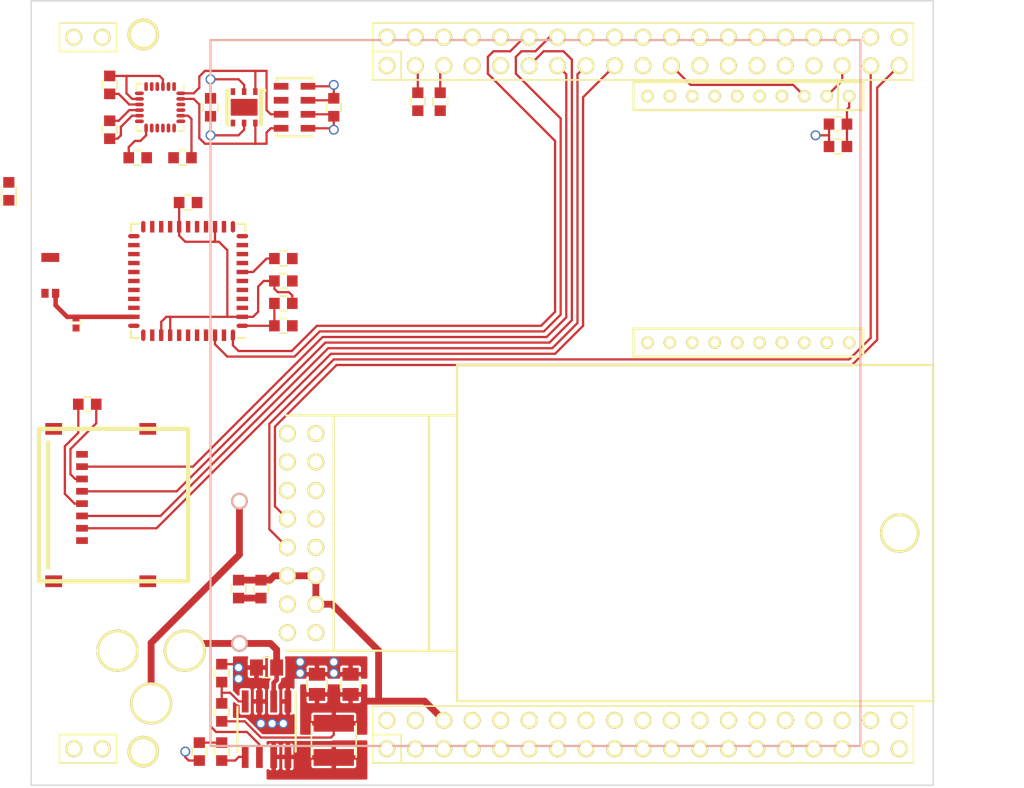
<source format=kicad_pcb>
(kicad_pcb (version 3) (host pcbnew "(2013-07-07 BZR 4022)-stable")

  (general
    (links 138)
    (no_connects 66)
    (area 95.0856 69.720599 188.804801 143.2782)
    (thickness 1.6)
    (drawings 4)
    (tracks 276)
    (zones 0)
    (modules 42)
    (nets 28)
  )

  (page A4)
  (layers
    (15 F.Cu signal)
    (0 B.Cu signal)
    (16 B.Adhes user)
    (17 F.Adhes user)
    (18 B.Paste user)
    (19 F.Paste user)
    (20 B.SilkS user hide)
    (21 F.SilkS user)
    (22 B.Mask user)
    (23 F.Mask user)
    (24 Dwgs.User user hide)
    (25 Cmts.User user)
    (26 Eco1.User user)
    (27 Eco2.User user)
    (28 Edge.Cuts user)
  )

  (setup
    (last_trace_width 0.2032)
    (user_trace_width 0.4064)
    (user_trace_width 0.6096)
    (trace_clearance 0.2032)
    (zone_clearance 0.2032)
    (zone_45_only no)
    (trace_min 0.2032)
    (segment_width 0.2)
    (edge_width 0.1)
    (via_size 0.889)
    (via_drill 0.635)
    (via_min_size 0.889)
    (via_min_drill 0.508)
    (uvia_size 0.508)
    (uvia_drill 0.127)
    (uvias_allowed no)
    (uvia_min_size 0.508)
    (uvia_min_drill 0.127)
    (pcb_text_width 0.3)
    (pcb_text_size 1.5 1.5)
    (mod_edge_width 0.15)
    (mod_text_size 1 1)
    (mod_text_width 0.15)
    (pad_size 1.5 1.5)
    (pad_drill 0.6)
    (pad_to_mask_clearance 0)
    (aux_axis_origin 0 0)
    (visible_elements 7FFFFFBF)
    (pcbplotparams
      (layerselection 3178497)
      (usegerberextensions true)
      (excludeedgelayer true)
      (linewidth 0.150000)
      (plotframeref false)
      (viasonmask false)
      (mode 1)
      (useauxorigin false)
      (hpglpennumber 1)
      (hpglpenspeed 20)
      (hpglpendiameter 15)
      (hpglpenoverlay 2)
      (psnegative false)
      (psa4output false)
      (plotreference true)
      (plotvalue true)
      (plotothertext true)
      (plotinvisibletext false)
      (padsonsilk false)
      (subtractmaskfromsilk false)
      (outputformat 1)
      (mirror false)
      (drillshape 1)
      (scaleselection 1)
      (outputdirectory ""))
  )

  (net 0 "")
  (net 1 +3.3V)
  (net 2 +5V)
  (net 3 +BATT)
  (net 4 /CS)
  (net 5 /GIMO)
  (net 6 /GOMI)
  (net 7 /LIMO)
  (net 8 /LOMI)
  (net 9 /LX)
  (net 10 /MISO)
  (net 11 /MOSI)
  (net 12 /NAV)
  (net 13 /SCK)
  (net 14 /SCL)
  (net 15 /SDA)
  (net 16 /SIMO)
  (net 17 /SOMI)
  (net 18 GND)
  (net 19 N-0000013)
  (net 20 N-0000014)
  (net 21 N-000002)
  (net 22 N-000003)
  (net 23 N-0000035)
  (net 24 N-0000037)
  (net 25 N-0000038)
  (net 26 N-000004)
  (net 27 N-000009)

  (net_class Default "This is the default net class."
    (clearance 0.2032)
    (trace_width 0.2032)
    (via_dia 0.889)
    (via_drill 0.635)
    (uvia_dia 0.508)
    (uvia_drill 0.127)
    (add_net "")
    (add_net +3.3V)
    (add_net +5V)
    (add_net +BATT)
    (add_net /CS)
    (add_net /GIMO)
    (add_net /GOMI)
    (add_net /LIMO)
    (add_net /LOMI)
    (add_net /LX)
    (add_net /MISO)
    (add_net /MOSI)
    (add_net /NAV)
    (add_net /SCK)
    (add_net /SCL)
    (add_net /SDA)
    (add_net /SIMO)
    (add_net /SOMI)
    (add_net GND)
    (add_net N-0000013)
    (add_net N-0000014)
    (add_net N-000002)
    (add_net N-000003)
    (add_net N-0000035)
    (add_net N-0000037)
    (add_net N-0000038)
    (add_net N-000004)
    (add_net N-000009)
  )

  (module LGA69 (layer F.Cu) (tedit 538127B5) (tstamp 53805620)
    (at 114 95 180)
    (path /537FB717)
    (fp_text reference U7 (at -6.5 0 270) (layer F.SilkS) hide
      (effects (font (size 1.27 1.27) (thickness 0.254)))
    )
    (fp_text value VENUS838LPX-L (at 6.5 0 270) (layer F.SilkS) hide
      (effects (font (size 1.27 1.27) (thickness 0.254)))
    )
    (fp_line (start 5.1 4.4) (end 5.1 5.1) (layer F.SilkS) (width 0.2032))
    (fp_line (start 5.1 5.1) (end 4.4 5.1) (layer F.SilkS) (width 0.2032))
    (fp_line (start 4.4 -5.1) (end 5.1 -5.1) (layer F.SilkS) (width 0.2032))
    (fp_line (start 5.1 -5.1) (end 5.1 -4.4) (layer F.SilkS) (width 0.2032))
    (fp_line (start -4.4 -5.1) (end -5.1 -5.1) (layer F.SilkS) (width 0.2032))
    (fp_line (start -5.1 4.4) (end -5.1 5.1) (layer F.SilkS) (width 0.2032))
    (fp_line (start -5.1 5.1) (end -4.4 5.1) (layer F.SilkS) (width 0.2032))
    (fp_line (start -4.56 -3.82) (end -5 -3.82) (layer Dwgs.User) (width 0.0254))
    (fp_line (start -5 -4.18) (end -4.56 -4.18) (layer Dwgs.User) (width 0.0254))
    (fp_arc (start -4.56 -4) (end -4.38 -4) (angle 90) (layer Dwgs.User) (width 0.0254))
    (fp_arc (start -4.56 -4) (end -4.56 -4.18) (angle 90) (layer Dwgs.User) (width 0.0254))
    (fp_line (start -5 -3.38) (end -4.38 -3.38) (layer Dwgs.User) (width 0.0254))
    (fp_line (start -4.38 -3.38) (end -4.38 -3.02) (layer Dwgs.User) (width 0.0254))
    (fp_line (start -4.38 -3.02) (end -5 -3.02) (layer Dwgs.User) (width 0.0254))
    (fp_line (start -5 -5) (end 5 -5) (layer Dwgs.User) (width 0.0762))
    (fp_line (start 5 -5) (end 5 5) (layer Dwgs.User) (width 0.0762))
    (fp_line (start 5 5) (end -5 5) (layer Dwgs.User) (width 0.0762))
    (fp_line (start -5 5) (end -5 -5) (layer Dwgs.User) (width 0.0762))
    (fp_line (start -5.61 -5.61) (end 5.61 -5.61) (layer Eco1.User) (width 0.0762))
    (fp_line (start 5.61 -5.61) (end 5.61 5.61) (layer Eco1.User) (width 0.0762))
    (fp_line (start 5.61 5.61) (end -5.61 5.61) (layer Eco1.User) (width 0.0762))
    (fp_line (start -5.61 5.61) (end -5.61 -5.61) (layer Eco1.User) (width 0.0762))
    (pad 1 smd oval (at -4.84 -4 180) (size 1.03 0.39)
      (layers F.Cu F.Paste F.Mask)
      (net 26 N-000004)
    )
    (pad 2 smd rect (at -4.84 -3.2 180) (size 1.03 0.39)
      (layers F.Cu F.Paste F.Mask)
      (net 1 +3.3V)
    )
    (pad 3 smd rect (at -4.84 -2.4 180) (size 1.03 0.39)
      (layers F.Cu F.Paste F.Mask)
    )
    (pad 4 smd rect (at -4.84 -1.6 180) (size 1.03 0.39)
      (layers F.Cu F.Paste F.Mask)
      (net 18 GND)
    )
    (pad 5 smd rect (at -4.84 -0.8 180) (size 1.03 0.39)
      (layers F.Cu F.Paste F.Mask)
      (net 18 GND)
    )
    (pad 6 smd rect (at -4.84 0 180) (size 1.03 0.39)
      (layers F.Cu F.Paste F.Mask)
      (net 18 GND)
    )
    (pad 7 smd rect (at -4.84 0.8 180) (size 1.03 0.39)
      (layers F.Cu F.Paste F.Mask)
      (net 12 /NAV)
    )
    (pad 8 smd rect (at -4.84 1.6 180) (size 1.03 0.39)
      (layers F.Cu F.Paste F.Mask)
      (net 18 GND)
    )
    (pad 9 smd rect (at -4.84 2.4 180) (size 1.03 0.39)
      (layers F.Cu F.Paste F.Mask)
    )
    (pad 10 smd rect (at -4.84 3.2 180) (size 1.03 0.39)
      (layers F.Cu F.Paste F.Mask)
      (net 18 GND)
    )
    (pad 11 smd oval (at -4.84 4 180) (size 1.03 0.39)
      (layers F.Cu F.Paste F.Mask)
      (net 18 GND)
    )
    (pad 12 smd oval (at -4 4.84 270) (size 1.03 0.39)
      (layers F.Cu F.Paste F.Mask)
    )
    (pad 13 smd rect (at -3.2 4.84 270) (size 1.03 0.39)
      (layers F.Cu F.Paste F.Mask)
    )
    (pad 14 smd rect (at -2.4 4.84 270) (size 1.03 0.39)
      (layers F.Cu F.Paste F.Mask)
      (net 1 +3.3V)
    )
    (pad 15 smd rect (at -1.6 4.84 270) (size 1.03 0.39)
      (layers F.Cu F.Paste F.Mask)
      (net 18 GND)
    )
    (pad 16 smd rect (at -0.8 4.84 270) (size 1.03 0.39)
      (layers F.Cu F.Paste F.Mask)
    )
    (pad 17 smd rect (at 0 4.84 270) (size 1.03 0.39)
      (layers F.Cu F.Paste F.Mask)
    )
    (pad 18 smd rect (at 0.8 4.84 270) (size 1.03 0.39)
      (layers F.Cu F.Paste F.Mask)
      (net 1 +3.3V)
    )
    (pad 19 smd rect (at 1.6 4.84 270) (size 1.03 0.39)
      (layers F.Cu F.Paste F.Mask)
      (net 18 GND)
    )
    (pad 20 smd rect (at 2.4 4.84 270) (size 1.03 0.39)
      (layers F.Cu F.Paste F.Mask)
    )
    (pad 21 smd rect (at 3.2 4.84 270) (size 1.03 0.39)
      (layers F.Cu F.Paste F.Mask)
      (net 18 GND)
    )
    (pad 22 smd oval (at 4 4.84 270) (size 1.03 0.39)
      (layers F.Cu F.Paste F.Mask)
      (net 18 GND)
    )
    (pad 23 smd oval (at 4.84 4 180) (size 1.03 0.39)
      (layers F.Cu F.Paste F.Mask)
    )
    (pad 24 smd rect (at 4.84 3.2 180) (size 1.03 0.39)
      (layers F.Cu F.Paste F.Mask)
      (net 18 GND)
    )
    (pad 25 smd rect (at 4.84 2.4 180) (size 1.03 0.39)
      (layers F.Cu F.Paste F.Mask)
      (net 18 GND)
    )
    (pad 26 smd rect (at 4.84 1.6 180) (size 1.03 0.39)
      (layers F.Cu F.Paste F.Mask)
    )
    (pad 27 smd rect (at 4.84 0.8 180) (size 1.03 0.39)
      (layers F.Cu F.Paste F.Mask)
      (net 18 GND)
    )
    (pad 28 smd rect (at 4.84 0 180) (size 1.03 0.39)
      (layers F.Cu F.Paste F.Mask)
      (net 18 GND)
    )
    (pad 29 smd rect (at 4.84 -0.8 180) (size 1.03 0.39)
      (layers F.Cu F.Paste F.Mask)
      (net 18 GND)
    )
    (pad 30 smd rect (at 4.84 -1.6 180) (size 1.03 0.39)
      (layers F.Cu F.Paste F.Mask)
    )
    (pad 31 smd rect (at 4.84 -2.4 180) (size 1.03 0.39)
      (layers F.Cu F.Paste F.Mask)
      (net 18 GND)
    )
    (pad 32 smd rect (at 4.84 -3.2 180) (size 1.03 0.39)
      (layers F.Cu F.Paste F.Mask)
      (net 24 N-0000037)
    )
    (pad 33 smd oval (at 4.84 -4 180) (size 1.03 0.39)
      (layers F.Cu F.Paste F.Mask)
      (net 18 GND)
    )
    (pad 34 smd oval (at 4 -4.84 270) (size 1.03 0.39)
      (layers F.Cu F.Paste F.Mask)
    )
    (pad 35 smd rect (at 3.2 -4.84 270) (size 1.03 0.39)
      (layers F.Cu F.Paste F.Mask)
    )
    (pad 36 smd rect (at 2.4 -4.84 270) (size 1.03 0.39)
      (layers F.Cu F.Paste F.Mask)
      (net 1 +3.3V)
    )
    (pad 37 smd rect (at 1.6 -4.84 270) (size 1.03 0.39)
      (layers F.Cu F.Paste F.Mask)
      (net 1 +3.3V)
    )
    (pad 38 smd rect (at 0.8 -4.84 270) (size 1.03 0.39)
      (layers F.Cu F.Paste F.Mask)
    )
    (pad 39 smd rect (at 0 -4.84 270) (size 1.03 0.39)
      (layers F.Cu F.Paste F.Mask)
    )
    (pad 40 smd rect (at -0.8 -4.84 270) (size 1.03 0.39)
      (layers F.Cu F.Paste F.Mask)
    )
    (pad 41 smd rect (at -1.6 -4.84 270) (size 1.03 0.39)
      (layers F.Cu F.Paste F.Mask)
    )
    (pad 42 smd rect (at -2.4 -4.84 270) (size 1.03 0.39)
      (layers F.Cu F.Paste F.Mask)
      (net 5 /GIMO)
    )
    (pad 43 smd rect (at -3.2 -4.84 270) (size 1.03 0.39)
      (layers F.Cu F.Paste F.Mask)
    )
    (pad 44 smd oval (at -4 -4.84 270) (size 1.03 0.39)
      (layers F.Cu F.Paste F.Mask)
      (net 6 /GOMI)
    )
    (model 3D/IC/Venus.wrl
      (at (xyz 0 0 0))
      (scale (xyz 0.4 0.4 0.4))
      (rotate (xyz -90 0 0))
    )
  )

  (module XBEE (layer F.Cu) (tedit 52602F11) (tstamp 53805464)
    (at 164 89.5 270)
    (path /537D382F)
    (fp_text reference U6 (at 0 -1 270) (layer F.SilkS) hide
      (effects (font (size 1.27 0.762) (thickness 0.1524)))
    )
    (fp_text value XBEE (at 0 1 270) (layer F.SilkS) hide
      (effects (font (size 1.27 0.762) (thickness 0.1524)))
    )
    (fp_line (start 12.25 11) (end -12.25 11) (layer Dwgs.User) (width 0.2032))
    (fp_line (start -4.75 -16.75) (end 4.75 -16.75) (layer Dwgs.User) (width 0.2032))
    (fp_line (start -12.25 16.25) (end -12.25 -10.25) (layer Dwgs.User) (width 0.2032))
    (fp_line (start -4.75 -16.75) (end -12.25 -10.25) (layer Dwgs.User) (width 0.2032))
    (fp_line (start 12.25 16.25) (end 12.25 -10.25) (layer Dwgs.User) (width 0.2032))
    (fp_line (start 12.25 -10.25) (end 4.75 -16.75) (layer Dwgs.User) (width 0.2032))
    (fp_line (start -12.25 16.25) (end 12.25 16.25) (layer Dwgs.User) (width 0.2032))
    (fp_line (start -9.75 10.25) (end -9.75 -10.25) (layer F.SilkS) (width 0.2032))
    (fp_line (start -9.75 -10.25) (end -12.25 -10.25) (layer F.SilkS) (width 0.2032))
    (fp_line (start -12.25 -10.25) (end -12.25 10.25) (layer F.SilkS) (width 0.2032))
    (fp_line (start 9.75 10.25) (end 12.25 10.25) (layer F.SilkS) (width 0.2032))
    (fp_line (start 12.25 10.25) (end 12.25 -10.25) (layer F.SilkS) (width 0.2032))
    (fp_line (start 12.25 -10.25) (end 9.75 -10.25) (layer F.SilkS) (width 0.2032))
    (fp_line (start 9.75 -10.25) (end 9.75 10.25) (layer F.SilkS) (width 0.2032))
    (fp_line (start -12.25 -8) (end -9.75 -8) (layer F.SilkS) (width 0.2032))
    (fp_line (start -9.75 10.25) (end -12.25 10.25) (layer F.SilkS) (width 0.2032))
    (pad 1 thru_hole circle (at -11 -9 270) (size 1.1 1.1) (drill 0.7)
      (layers *.Cu *.Mask F.SilkS)
      (net 1 +3.3V)
    )
    (pad 2 thru_hole circle (at -11 -7 270) (size 1.1 1.1) (drill 0.7)
      (layers *.Cu *.Mask F.SilkS)
      (net 17 /SOMI)
    )
    (pad 3 thru_hole circle (at -11 -5 270) (size 1.1 1.1) (drill 0.7)
      (layers *.Cu *.Mask F.SilkS)
      (net 16 /SIMO)
    )
    (pad 4 thru_hole circle (at -11 -3 270) (size 1.1 1.1) (drill 0.7)
      (layers *.Cu *.Mask F.SilkS)
    )
    (pad 5 thru_hole circle (at -11 -1 270) (size 1.1 1.1) (drill 0.7)
      (layers *.Cu *.Mask F.SilkS)
    )
    (pad 6 thru_hole circle (at -11 1 270) (size 1.1 1.1) (drill 0.7)
      (layers *.Cu *.Mask F.SilkS)
    )
    (pad 7 thru_hole circle (at -11 3 270) (size 1.1 1.1) (drill 0.7)
      (layers *.Cu *.Mask F.SilkS)
    )
    (pad 8 thru_hole circle (at -11 5 270) (size 1.1 1.1) (drill 0.7)
      (layers *.Cu *.Mask F.SilkS)
    )
    (pad 9 thru_hole circle (at -11 7 270) (size 1.1 1.1) (drill 0.7)
      (layers *.Cu *.Mask F.SilkS)
    )
    (pad 10 thru_hole circle (at -11 9 270) (size 1.1 1.1) (drill 0.7)
      (layers *.Cu *.Mask F.SilkS)
      (net 18 GND)
    )
    (pad 11 thru_hole circle (at 11 9 270) (size 1.1 1.1) (drill 0.7)
      (layers *.Cu *.Mask F.SilkS)
    )
    (pad 12 thru_hole circle (at 11 7 270) (size 1.1 1.1) (drill 0.7)
      (layers *.Cu *.Mask F.SilkS)
    )
    (pad 13 thru_hole circle (at 11 5 270) (size 1.1 1.1) (drill 0.7)
      (layers *.Cu *.Mask F.SilkS)
    )
    (pad 14 thru_hole circle (at 11 3 270) (size 1.1 1.1) (drill 0.7)
      (layers *.Cu *.Mask F.SilkS)
    )
    (pad 15 thru_hole circle (at 11 1 270) (size 1.1 1.1) (drill 0.7)
      (layers *.Cu *.Mask F.SilkS)
    )
    (pad 16 thru_hole circle (at 11 -1 270) (size 1.1 1.1) (drill 0.7)
      (layers *.Cu *.Mask F.SilkS)
    )
    (pad 17 thru_hole circle (at 11 -3 270) (size 1.1 1.1) (drill 0.7)
      (layers *.Cu *.Mask F.SilkS)
    )
    (pad 18 thru_hole circle (at 11 -5 270) (size 1.1 1.1) (drill 0.7)
      (layers *.Cu *.Mask F.SilkS)
    )
    (pad 19 thru_hole circle (at 11 -7 270) (size 1.1 1.1) (drill 0.7)
      (layers *.Cu *.Mask F.SilkS)
    )
    (pad 20 thru_hole circle (at 11 -9 270) (size 1.1 1.1) (drill 0.7)
      (layers *.Cu *.Mask F.SilkS)
    )
    (model 3D/Misc/xbee.wrl
      (at (xyz 0 0 0))
      (scale (xyz 0.393701 0.393701 0.393701))
      (rotate (xyz 0 0 0))
    )
  )

  (module uSD_AMPH_101-00303 (layer F.Cu) (tedit 53810AC3) (tstamp 53805479)
    (at 114 115 270)
    (path /537D2B6A)
    (fp_text reference U3 (at 0 1.99898 270) (layer F.SilkS) hide
      (effects (font (size 1.524 1.524) (thickness 0.3048)))
    )
    (fp_text value "uSD Card" (at 0 -1.50114 270) (layer F.SilkS) hide
      (effects (font (size 1.524 1.524) (thickness 0.3048)))
    )
    (fp_line (start -6.79958 0) (end -6.79958 13.29944) (layer F.SilkS) (width 0.381))
    (fp_line (start -6.79958 13.29944) (end 6.79958 13.29944) (layer F.SilkS) (width 0.381))
    (fp_line (start 6.79958 13.29944) (end 6.79958 0) (layer F.SilkS) (width 0.381))
    (fp_line (start -5.6007 12.49934) (end 5.6007 12.49934) (layer F.SilkS) (width 0.381))
    (fp_line (start 6.79958 0) (end -6.79958 0) (layer F.SilkS) (width 0.381))
    (pad 1 smd rect (at 3.16992 9.46912 270) (size 0.59944 1.04902)
      (layers F.Cu F.Paste F.Mask)
    )
    (pad 2 smd rect (at 2.0701 9.46912 270) (size 0.59944 1.04902)
      (layers F.Cu F.Paste F.Mask)
      (net 4 /CS)
    )
    (pad 3 smd rect (at 0.97028 9.46912 270) (size 0.59944 1.04902)
      (layers F.Cu F.Paste F.Mask)
      (net 11 /MOSI)
    )
    (pad 4 smd rect (at -0.12954 9.46912 270) (size 0.59944 1.04902)
      (layers F.Cu F.Paste F.Mask)
      (net 1 +3.3V)
    )
    (pad 5 smd rect (at -1.22936 9.46912 270) (size 0.59944 1.04902)
      (layers F.Cu F.Paste F.Mask)
      (net 13 /SCK)
    )
    (pad 6 smd rect (at -2.32918 9.46912 270) (size 0.59944 1.04902)
      (layers F.Cu F.Paste F.Mask)
      (net 18 GND)
    )
    (pad 7 smd rect (at -3.429 9.46912 270) (size 0.59944 1.04902)
      (layers F.Cu F.Paste F.Mask)
      (net 10 /MISO)
    )
    (pad 8 smd rect (at -4.52882 9.46912 270) (size 0.59944 1.04902)
      (layers F.Cu F.Paste F.Mask)
    )
    (pad 6 smd rect (at -6.79958 3.59918 270) (size 1.04902 1.50114)
      (layers F.Cu F.Paste F.Mask)
      (net 18 GND)
    )
    (pad 6 smd rect (at 6.79958 3.59918 270) (size 1.04902 1.50114)
      (layers F.Cu F.Paste F.Mask)
      (net 18 GND)
    )
    (pad 6 smd rect (at 6.79958 11.99896 270) (size 1.04902 1.50114)
      (layers F.Cu F.Paste F.Mask)
      (net 18 GND)
    )
    (pad 6 smd rect (at -6.79958 11.99896 270) (size 1.04902 1.50114)
      (layers F.Cu F.Paste F.Mask)
      (net 18 GND)
    )
    (model 3D/Devices/uSD_AMPH_101-00303.wrl
      (at (xyz 0 0 0))
      (scale (xyz 0.4 0.4 0.4))
      (rotate (xyz 0 0 0))
    )
  )

  (module SON125P500X300-8N (layer F.Cu) (tedit 52B0DA7C) (tstamp 53805493)
    (at 123.5 79.5 90)
    (path /537D23BB)
    (solder_paste_ratio -0.5)
    (fp_text reference U1 (at 0 -2.9 90) (layer F.SilkS) hide
      (effects (font (size 1.27 1.27) (thickness 0.254)))
    )
    (fp_text value MS5611 (at 0 3.4 90) (layer F.SilkS) hide
      (effects (font (size 1.524 1.524) (thickness 0.3048)))
    )
    (fp_line (start -2.3 -1.6) (end -2.6 -1.6) (layer F.SilkS) (width 0.2032))
    (fp_line (start -2.6 -1.6) (end -2.6 1.6) (layer F.SilkS) (width 0.2032))
    (fp_line (start 2.3 -1.6) (end 2.6 -1.6) (layer F.SilkS) (width 0.2032))
    (fp_line (start 2.6 -1.6) (end 2.6 1.6) (layer F.SilkS) (width 0.2032))
    (fp_line (start 2.6 1.6) (end 2.3 1.6) (layer F.SilkS) (width 0.2032))
    (fp_line (start -2.75 -2.11) (end 2.75 -2.11) (layer Eco1.User) (width 0.0762))
    (fp_line (start 2.75 -2.11) (end 2.75 2.11) (layer Eco1.User) (width 0.0762))
    (fp_line (start 2.75 2.11) (end -2.75 2.11) (layer Eco1.User) (width 0.0762))
    (fp_line (start -2.75 2.11) (end -2.75 -2.11) (layer Eco1.User) (width 0.0762))
    (fp_line (start -2.5 -1.5) (end -2.5 1) (layer Dwgs.User) (width 0.0762))
    (fp_line (start -2.5 1) (end -2 1.5) (layer Dwgs.User) (width 0.0762))
    (fp_line (start -2 1.5) (end 2.5 1.5) (layer Dwgs.User) (width 0.0762))
    (fp_line (start 2.5 1.5) (end 2.5 -1.5) (layer Dwgs.User) (width 0.0762))
    (fp_line (start 2.5 -1.5) (end -2.5 -1.5) (layer Dwgs.User) (width 0.0762))
    (pad 1 smd rect (at -1.875 1.2 90) (size 0.6 1.31)
      (layers F.Cu F.Paste F.Mask)
      (net 1 +3.3V)
    )
    (pad 2 smd rect (at -0.625 1.2 90) (size 0.6 1.31)
      (layers F.Cu F.Paste F.Mask)
      (net 1 +3.3V)
    )
    (pad 3 smd rect (at 0.625 1.2 90) (size 0.6 1.31)
      (layers F.Cu F.Paste F.Mask)
      (net 18 GND)
    )
    (pad 4 smd rect (at 1.875 1.2 90) (size 0.6 1.31)
      (layers F.Cu F.Paste F.Mask)
      (net 18 GND)
    )
    (pad 5 smd rect (at 1.875 -1.2 90) (size 0.6 1.31)
      (layers F.Cu F.Paste F.Mask)
      (net 18 GND)
    )
    (pad 6 smd rect (at 0.625 -1.2 90) (size 0.6 1.31)
      (layers F.Cu F.Paste F.Mask)
    )
    (pad 7 smd rect (at -0.625 -1.2 90) (size 0.6 1.31)
      (layers F.Cu F.Paste F.Mask)
      (net 15 /SDA)
    )
    (pad 8 smd rect (at -1.875 -1.2 90) (size 0.6 1.31)
      (layers F.Cu F.Paste F.Mask)
      (net 14 /SCL)
    )
    (model 3D\Misc\MS5611.wrl
      (at (xyz 0 0 0))
      (scale (xyz 0.393701 0.393701 0.393701))
      (rotate (xyz 0 0 0))
    )
  )

  (module SON100P300X300X110-7N (layer F.Cu) (tedit 51F54B69) (tstamp 538054A1)
    (at 119 79.5 180)
    (path /537D23CA)
    (fp_text reference U2 (at -3 0 270) (layer F.SilkS) hide
      (effects (font (size 1.524 1.524) (thickness 0.3048)))
    )
    (fp_text value HTU21D (at 3 0 270) (layer F.SilkS) hide
      (effects (font (size 1.524 1.524) (thickness 0.3048)))
    )
    (fp_line (start -1.5 1.5) (end -1.8 1.5) (layer F.SilkS) (width 0.381))
    (fp_line (start 1.5 1.5) (end 1.5 -1.5) (layer F.SilkS) (width 0.381))
    (fp_line (start -1.5 -1.5) (end -1.5 1.5) (layer F.SilkS) (width 0.381))
    (pad 1 smd rect (at -1 1.4 180) (size 0.4 0.6)
      (layers F.Cu F.Paste F.Mask)
      (net 15 /SDA)
    )
    (pad 2 smd rect (at 0 1.4 180) (size 0.4 0.6)
      (layers F.Cu F.Paste F.Mask)
      (net 18 GND)
    )
    (pad 3 smd rect (at 1 1.4 180) (size 0.4 0.6)
      (layers F.Cu F.Paste F.Mask)
    )
    (pad 4 smd rect (at 1 -1.4 180) (size 0.4 0.6)
      (layers F.Cu F.Paste F.Mask)
    )
    (pad 5 smd rect (at 0 -1.4 180) (size 0.4 0.6)
      (layers F.Cu F.Paste F.Mask)
      (net 1 +3.3V)
    )
    (pad 6 smd rect (at -1 -1.4 180) (size 0.4 0.6)
      (layers F.Cu F.Paste F.Mask)
      (net 14 /SCL)
    )
    (pad 7 smd rect (at 0 0 180) (size 2.4 1.5)
      (layers F.Cu F.Paste F.Mask)
    )
  )

  (module RFD900 (layer F.Cu) (tedit 537E9657) (tstamp 538054CA)
    (at 180.5 117.5 180)
    (path /537D3811)
    (fp_text reference U4 (at 49 -11.5 180) (layer F.SilkS) hide
      (effects (font (size 1 1) (thickness 0.15)))
    )
    (fp_text value RFD900 (at 49 11.5 180) (layer F.SilkS) hide
      (effects (font (size 1 1) (thickness 0.15)))
    )
    (fp_line (start -1 7.5) (end -8 7.5) (layer Dwgs.User) (width 0.2032))
    (fp_line (start -8 7.5) (end -8 12.5) (layer Dwgs.User) (width 0.2032))
    (fp_line (start -8 12.5) (end -1 12.5) (layer Dwgs.User) (width 0.2032))
    (fp_line (start 0 6) (end -1 6) (layer Dwgs.User) (width 0.2032))
    (fp_line (start -1 6) (end -1 14) (layer Dwgs.User) (width 0.2032))
    (fp_line (start -1 14) (end 0 14) (layer Dwgs.User) (width 0.2032))
    (fp_line (start -1 -12.5) (end -8 -12.5) (layer Dwgs.User) (width 0.2032))
    (fp_line (start -8 -12.5) (end -8 -7.5) (layer Dwgs.User) (width 0.2032))
    (fp_line (start -8 -7.5) (end -1 -7.5) (layer Dwgs.User) (width 0.2032))
    (fp_line (start 0 -14) (end -1 -14) (layer Dwgs.User) (width 0.2032))
    (fp_line (start -1 -14) (end -1 -6) (layer Dwgs.User) (width 0.2032))
    (fp_line (start -1 -6) (end 0 -6) (layer Dwgs.User) (width 0.2032))
    (fp_line (start 42.5 10.5) (end 57.75 10.5) (layer F.SilkS) (width 0.2032))
    (fp_line (start 57.75 -10.5) (end 42.5 -10.5) (layer F.SilkS) (width 0.2032))
    (fp_line (start 45 -10.5) (end 45 10.5) (layer F.SilkS) (width 0.2032))
    (fp_line (start 53.5 10.5) (end 53.5 -10.5) (layer F.SilkS) (width 0.2032))
    (fp_line (start 0 -15) (end 42.5 -15) (layer F.SilkS) (width 0.2032))
    (fp_line (start 42.5 -15) (end 42.5 15) (layer F.SilkS) (width 0.2032))
    (fp_line (start 42.5 15) (end 0 15) (layer F.SilkS) (width 0.2032))
    (fp_line (start 0 15) (end 0 -15) (layer F.SilkS) (width 0.2032))
    (pad 1 thru_hole circle (at 57.64 -8.89 180) (size 1.5 1.5) (drill 1.1)
      (layers *.Cu *.Mask F.SilkS)
      (net 18 GND)
    )
    (pad 2 thru_hole circle (at 55.1 -8.89 180) (size 1.5 1.5) (drill 1.1)
      (layers *.Cu *.Mask F.SilkS)
      (net 18 GND)
    )
    (pad 3 thru_hole circle (at 57.64 -6.35 180) (size 1.5 1.5) (drill 1.1)
      (layers *.Cu *.Mask F.SilkS)
    )
    (pad 4 thru_hole circle (at 55.1 -6.35 180) (size 1.5 1.5) (drill 1.1)
      (layers *.Cu *.Mask F.SilkS)
      (net 2 +5V)
    )
    (pad 5 thru_hole circle (at 57.64 -3.81 180) (size 1.5 1.5) (drill 1.1)
      (layers *.Cu *.Mask F.SilkS)
      (net 2 +5V)
    )
    (pad 6 thru_hole circle (at 55.1 -3.81 180) (size 1.5 1.5) (drill 1.1)
      (layers *.Cu *.Mask F.SilkS)
      (net 2 +5V)
    )
    (pad 7 thru_hole circle (at 57.64 -1.27 180) (size 1.5 1.5) (drill 1.1)
      (layers *.Cu *.Mask F.SilkS)
      (net 7 /LIMO)
    )
    (pad 8 thru_hole circle (at 55.1 -1.27 180) (size 1.5 1.5) (drill 1.1)
      (layers *.Cu *.Mask F.SilkS)
    )
    (pad 9 thru_hole circle (at 57.64 1.27 180) (size 1.5 1.5) (drill 1.1)
      (layers *.Cu *.Mask F.SilkS)
      (net 8 /LOMI)
    )
    (pad 10 thru_hole circle (at 55.1 1.27 180) (size 1.5 1.5) (drill 1.1)
      (layers *.Cu *.Mask F.SilkS)
    )
    (pad 11 thru_hole circle (at 57.64 3.81 180) (size 1.5 1.5) (drill 1.1)
      (layers *.Cu *.Mask F.SilkS)
    )
    (pad 12 thru_hole circle (at 55.1 3.81 180) (size 1.5 1.5) (drill 1.1)
      (layers *.Cu *.Mask F.SilkS)
    )
    (pad 13 thru_hole circle (at 57.64 6.35 180) (size 1.5 1.5) (drill 1.1)
      (layers *.Cu *.Mask F.SilkS)
    )
    (pad 14 thru_hole circle (at 55.1 6.35 180) (size 1.5 1.5) (drill 1.1)
      (layers *.Cu *.Mask F.SilkS)
    )
    (pad 15 thru_hole circle (at 57.64 8.89 180) (size 1.5 1.5) (drill 1.1)
      (layers *.Cu *.Mask F.SilkS)
    )
    (pad 16 thru_hole circle (at 55.1 8.89 180) (size 1.5 1.5) (drill 1.1)
      (layers *.Cu *.Mask F.SilkS)
      (net 18 GND)
    )
    (pad "" thru_hole circle (at 3 0 180) (size 3.5 3.5) (drill 3)
      (layers *.Cu *.Mask F.SilkS)
    )
    (model 3D/Misc/RFD900.wrl
      (at (xyz 0 0 0))
      (scale (xyz 0.393701 0.393701 0.393701))
      (rotate (xyz 0 0 180))
    )
  )

  (module RESC1608-N (layer F.Cu) (tedit 525A5443) (tstamp 538054DC)
    (at 134.5 79 270)
    (path /537D8130)
    (fp_text reference R2 (at 0 -2 270) (layer F.SilkS) hide
      (effects (font (size 1.27 0.762) (thickness 0.1524)))
    )
    (fp_text value 10k (at 0 2 270) (layer F.SilkS) hide
      (effects (font (size 1.27 0.762) (thickness 0.1524)))
    )
    (fp_line (start 0.35 0.65) (end -0.35 0.65) (layer F.SilkS) (width 0.1524))
    (fp_line (start -0.35 -0.65) (end 0.35 -0.65) (layer F.SilkS) (width 0.1524))
    (fp_line (start 0.45 -0.4) (end 0.45 0.4) (layer Dwgs.User) (width 0.0762))
    (fp_line (start -0.45 0.4) (end -0.45 -0.4) (layer Dwgs.User) (width 0.0762))
    (fp_line (start -0.8 0.4) (end 0.8 0.4) (layer Dwgs.User) (width 0.0762))
    (fp_line (start 0.8 0.4) (end 0.8 -0.4) (layer Dwgs.User) (width 0.0762))
    (fp_line (start 0.8 -0.4) (end -0.8 -0.4) (layer Dwgs.User) (width 0.0762))
    (fp_line (start -0.8 -0.4) (end -0.8 0.4) (layer Dwgs.User) (width 0.0762))
    (fp_line (start -1.55 -0.75) (end 1.55 -0.75) (layer Eco1.User) (width 0.0762))
    (fp_line (start 1.55 -0.75) (end 1.55 0.75) (layer Eco1.User) (width 0.0762))
    (fp_line (start 1.55 0.75) (end -1.55 0.75) (layer Eco1.User) (width 0.0762))
    (fp_line (start -1.55 0.75) (end -1.55 -0.75) (layer Eco1.User) (width 0.0762))
    (pad 1 smd rect (at -0.8 0 270) (size 0.95 1)
      (layers F.Cu F.Paste F.Mask)
      (net 14 /SCL)
    )
    (pad 2 smd rect (at 0.8 0 270) (size 0.95 1)
      (layers F.Cu F.Paste F.Mask)
      (net 1 +3.3V)
    )
    (model 3D/Passive/RESC1608.wrl
      (at (xyz 0 0 0))
      (scale (xyz 0.393701 0.393701 0.393701))
      (rotate (xyz 0 0 0))
    )
  )

  (module RESC1608-N (layer F.Cu) (tedit 525A5443) (tstamp 538054EE)
    (at 136.5 79 270)
    (path /537D8198)
    (fp_text reference R3 (at 0 -2 270) (layer F.SilkS) hide
      (effects (font (size 1.27 0.762) (thickness 0.1524)))
    )
    (fp_text value 10k (at 0 2 270) (layer F.SilkS) hide
      (effects (font (size 1.27 0.762) (thickness 0.1524)))
    )
    (fp_line (start 0.35 0.65) (end -0.35 0.65) (layer F.SilkS) (width 0.1524))
    (fp_line (start -0.35 -0.65) (end 0.35 -0.65) (layer F.SilkS) (width 0.1524))
    (fp_line (start 0.45 -0.4) (end 0.45 0.4) (layer Dwgs.User) (width 0.0762))
    (fp_line (start -0.45 0.4) (end -0.45 -0.4) (layer Dwgs.User) (width 0.0762))
    (fp_line (start -0.8 0.4) (end 0.8 0.4) (layer Dwgs.User) (width 0.0762))
    (fp_line (start 0.8 0.4) (end 0.8 -0.4) (layer Dwgs.User) (width 0.0762))
    (fp_line (start 0.8 -0.4) (end -0.8 -0.4) (layer Dwgs.User) (width 0.0762))
    (fp_line (start -0.8 -0.4) (end -0.8 0.4) (layer Dwgs.User) (width 0.0762))
    (fp_line (start -1.55 -0.75) (end 1.55 -0.75) (layer Eco1.User) (width 0.0762))
    (fp_line (start 1.55 -0.75) (end 1.55 0.75) (layer Eco1.User) (width 0.0762))
    (fp_line (start 1.55 0.75) (end -1.55 0.75) (layer Eco1.User) (width 0.0762))
    (fp_line (start -1.55 0.75) (end -1.55 -0.75) (layer Eco1.User) (width 0.0762))
    (pad 1 smd rect (at -0.8 0 270) (size 0.95 1)
      (layers F.Cu F.Paste F.Mask)
      (net 15 /SDA)
    )
    (pad 2 smd rect (at 0.8 0 270) (size 0.95 1)
      (layers F.Cu F.Paste F.Mask)
      (net 1 +3.3V)
    )
    (model 3D/Passive/RESC1608.wrl
      (at (xyz 0 0 0))
      (scale (xyz 0.393701 0.393701 0.393701))
      (rotate (xyz 0 0 0))
    )
  )

  (module RESC1608-N (layer F.Cu) (tedit 525A5443) (tstamp 53805500)
    (at 122.5 93 180)
    (path /537FBEA6)
    (fp_text reference R4 (at 0 -2 180) (layer F.SilkS) hide
      (effects (font (size 1.27 0.762) (thickness 0.1524)))
    )
    (fp_text value R (at 0 2 180) (layer F.SilkS) hide
      (effects (font (size 1.27 0.762) (thickness 0.1524)))
    )
    (fp_line (start 0.35 0.65) (end -0.35 0.65) (layer F.SilkS) (width 0.1524))
    (fp_line (start -0.35 -0.65) (end 0.35 -0.65) (layer F.SilkS) (width 0.1524))
    (fp_line (start 0.45 -0.4) (end 0.45 0.4) (layer Dwgs.User) (width 0.0762))
    (fp_line (start -0.45 0.4) (end -0.45 -0.4) (layer Dwgs.User) (width 0.0762))
    (fp_line (start -0.8 0.4) (end 0.8 0.4) (layer Dwgs.User) (width 0.0762))
    (fp_line (start 0.8 0.4) (end 0.8 -0.4) (layer Dwgs.User) (width 0.0762))
    (fp_line (start 0.8 -0.4) (end -0.8 -0.4) (layer Dwgs.User) (width 0.0762))
    (fp_line (start -0.8 -0.4) (end -0.8 0.4) (layer Dwgs.User) (width 0.0762))
    (fp_line (start -1.55 -0.75) (end 1.55 -0.75) (layer Eco1.User) (width 0.0762))
    (fp_line (start 1.55 -0.75) (end 1.55 0.75) (layer Eco1.User) (width 0.0762))
    (fp_line (start 1.55 0.75) (end -1.55 0.75) (layer Eco1.User) (width 0.0762))
    (fp_line (start -1.55 0.75) (end -1.55 -0.75) (layer Eco1.User) (width 0.0762))
    (pad 1 smd rect (at -0.8 0 180) (size 0.95 1)
      (layers F.Cu F.Paste F.Mask)
      (net 25 N-0000038)
    )
    (pad 2 smd rect (at 0.8 0 180) (size 0.95 1)
      (layers F.Cu F.Paste F.Mask)
      (net 12 /NAV)
    )
    (model 3D/Passive/RESC1608.wrl
      (at (xyz 0 0 0))
      (scale (xyz 0.393701 0.393701 0.393701))
      (rotate (xyz 0 0 0))
    )
  )

  (module RESC1608-N (layer F.Cu) (tedit 525A5443) (tstamp 53805512)
    (at 122.5 97 180)
    (path /537F99E2)
    (fp_text reference R1 (at 0 -2 180) (layer F.SilkS) hide
      (effects (font (size 1.27 0.762) (thickness 0.1524)))
    )
    (fp_text value 33k (at 0 2 180) (layer F.SilkS) hide
      (effects (font (size 1.27 0.762) (thickness 0.1524)))
    )
    (fp_line (start 0.35 0.65) (end -0.35 0.65) (layer F.SilkS) (width 0.1524))
    (fp_line (start -0.35 -0.65) (end 0.35 -0.65) (layer F.SilkS) (width 0.1524))
    (fp_line (start 0.45 -0.4) (end 0.45 0.4) (layer Dwgs.User) (width 0.0762))
    (fp_line (start -0.45 0.4) (end -0.45 -0.4) (layer Dwgs.User) (width 0.0762))
    (fp_line (start -0.8 0.4) (end 0.8 0.4) (layer Dwgs.User) (width 0.0762))
    (fp_line (start 0.8 0.4) (end 0.8 -0.4) (layer Dwgs.User) (width 0.0762))
    (fp_line (start 0.8 -0.4) (end -0.8 -0.4) (layer Dwgs.User) (width 0.0762))
    (fp_line (start -0.8 -0.4) (end -0.8 0.4) (layer Dwgs.User) (width 0.0762))
    (fp_line (start -1.55 -0.75) (end 1.55 -0.75) (layer Eco1.User) (width 0.0762))
    (fp_line (start 1.55 -0.75) (end 1.55 0.75) (layer Eco1.User) (width 0.0762))
    (fp_line (start 1.55 0.75) (end -1.55 0.75) (layer Eco1.User) (width 0.0762))
    (fp_line (start -1.55 0.75) (end -1.55 -0.75) (layer Eco1.User) (width 0.0762))
    (pad 1 smd rect (at -0.8 0 180) (size 0.95 1)
      (layers F.Cu F.Paste F.Mask)
      (net 1 +3.3V)
    )
    (pad 2 smd rect (at 0.8 0 180) (size 0.95 1)
      (layers F.Cu F.Paste F.Mask)
      (net 26 N-000004)
    )
    (model 3D/Passive/RESC1608.wrl
      (at (xyz 0 0 0))
      (scale (xyz 0.393701 0.393701 0.393701))
      (rotate (xyz 0 0 0))
    )
  )

  (module PQFN50P400X400-24N (layer F.Cu) (tedit 52B0E1C8) (tstamp 53826A43)
    (at 111.5 79.5 270)
    (descr "PQFN 24, 4x4 body, 0.5 pitch")
    (path /537D23AC)
    (clearance 0.1524)
    (fp_text reference U5 (at 0 -3.50012 270) (layer F.SilkS) hide
      (effects (font (size 1.27 1.27) (thickness 0.254)))
    )
    (fp_text value MPU9150 (at 0 3.50012 270) (layer F.SilkS) hide
      (effects (font (size 1.27 1.27) (thickness 0.254)))
    )
    (fp_line (start -1.6 -2.1) (end -2.1 -2.1) (layer F.SilkS) (width 0.1524))
    (fp_line (start -1.6 2.1) (end -2.1 2.1) (layer F.SilkS) (width 0.1524))
    (fp_line (start -2.1 2.1) (end -2.1 1.6) (layer F.SilkS) (width 0.1524))
    (fp_line (start 2.1 1.6) (end 2.1 2.1) (layer F.SilkS) (width 0.1524))
    (fp_line (start 2.1 2.1) (end 1.6 2.1) (layer F.SilkS) (width 0.1524))
    (fp_line (start 1.6 -2.1) (end 2.1 -2.1) (layer F.SilkS) (width 0.1524))
    (fp_line (start 2.1 -2.1) (end 2.1 -1.6) (layer F.SilkS) (width 0.1524))
    (fp_line (start -2.55 -2.55) (end 2.55 -2.55) (layer Eco1.User) (width 0.0762))
    (fp_line (start 2.55 -2.55) (end 2.55 2.55) (layer Eco1.User) (width 0.0762))
    (fp_line (start 2.55 2.55) (end -2.55 2.55) (layer Eco1.User) (width 0.0762))
    (fp_line (start -2.55 2.55) (end -2.55 -2.55) (layer Eco1.User) (width 0.0762))
    (fp_line (start -1.5 -2) (end -2 -1.5) (layer Dwgs.User) (width 0.0762))
    (fp_line (start -2 -1.5) (end -2 2) (layer Dwgs.User) (width 0.0762))
    (fp_line (start -2 2) (end 2 2) (layer Dwgs.User) (width 0.0762))
    (fp_line (start 2 2) (end 2 -2) (layer Dwgs.User) (width 0.0762))
    (fp_line (start 2 -2) (end -1.5 -2) (layer Dwgs.User) (width 0.0762))
    (pad 1 smd oval (at -1.85 -1.25 270) (size 0.8 0.32)
      (layers F.Cu F.Paste F.Mask)
      (net 18 GND)
    )
    (pad 2 smd oval (at -1.85 -0.75 270) (size 0.8 0.32)
      (layers F.Cu F.Paste F.Mask)
    )
    (pad 3 smd oval (at -1.85 -0.25 270) (size 0.8 0.32)
      (layers F.Cu F.Paste F.Mask)
      (net 1 +3.3V)
    )
    (pad 4 smd oval (at -1.85 0.25 270) (size 0.8 0.32)
      (layers F.Cu F.Paste F.Mask)
    )
    (pad 5 smd oval (at -1.85 0.75 270) (size 0.8 0.32)
      (layers F.Cu F.Paste F.Mask)
    )
    (pad 6 smd oval (at -1.85 1.25 270) (size 0.8 0.32)
      (layers F.Cu F.Paste F.Mask)
    )
    (pad 7 smd oval (at -1.25 1.85) (size 0.8 0.32)
      (layers F.Cu F.Paste F.Mask)
    )
    (pad 8 smd oval (at -0.75 1.85) (size 0.8 0.32)
      (layers F.Cu F.Paste F.Mask)
      (net 1 +3.3V)
    )
    (pad 9 smd oval (at -0.25 1.85) (size 0.8 0.32)
      (layers F.Cu F.Paste F.Mask)
      (net 18 GND)
    )
    (pad 10 smd oval (at 0.25 1.85) (size 0.8 0.32)
      (layers F.Cu F.Paste F.Mask)
      (net 21 N-000002)
    )
    (pad 11 smd oval (at 0.75 1.85) (size 0.8 0.32)
      (layers F.Cu F.Paste F.Mask)
      (net 18 GND)
    )
    (pad 12 smd oval (at 1.25 1.85) (size 0.8 0.32)
      (layers F.Cu F.Paste F.Mask)
    )
    (pad 13 smd oval (at 1.85 1.25 270) (size 0.8 0.32)
      (layers F.Cu F.Paste F.Mask)
      (net 1 +3.3V)
    )
    (pad 14 smd oval (at 1.85 0.75 270) (size 0.8 0.32)
      (layers F.Cu F.Paste F.Mask)
    )
    (pad 15 smd oval (at 1.85 0.25 270) (size 0.8 0.32)
      (layers F.Cu F.Paste F.Mask)
      (net 18 GND)
    )
    (pad 16 smd oval (at 1.85 -0.25 270) (size 0.8 0.32)
      (layers F.Cu F.Paste F.Mask)
    )
    (pad 17 smd oval (at 1.85 -0.75 270) (size 0.8 0.32)
      (layers F.Cu F.Paste F.Mask)
      (net 18 GND)
    )
    (pad 18 smd oval (at 1.85 -1.25 270) (size 0.8 0.32)
      (layers F.Cu F.Paste F.Mask)
      (net 18 GND)
    )
    (pad 19 smd oval (at 1.25 -1.85) (size 0.8 0.32)
      (layers F.Cu F.Paste F.Mask)
    )
    (pad 20 smd oval (at 0.75 -1.85) (size 0.8 0.32)
      (layers F.Cu F.Paste F.Mask)
      (net 22 N-000003)
    )
    (pad 21 smd oval (at 0.25 -1.85) (size 0.8 0.32)
      (layers F.Cu F.Paste F.Mask)
    )
    (pad 22 smd oval (at -0.25 -1.85) (size 0.8 0.32)
      (layers F.Cu F.Paste F.Mask)
    )
    (pad 23 smd oval (at -0.75 -1.85) (size 0.8 0.32)
      (layers F.Cu F.Paste F.Mask)
      (net 14 /SCL)
    )
    (pad 24 smd oval (at -1.25 -1.85) (size 0.8 0.32)
      (layers F.Cu F.Paste F.Mask)
      (net 15 /SDA)
    )
    (model 3D/IC/PQFN50P400X400-24.wrl
      (at (xyz 0 0 0))
      (scale (xyz 0.393701 0.393701 0.393701))
      (rotate (xyz 0 0 0))
    )
  )

  (module NUCLEO-BOTTOM   locked (layer F.Cu) (tedit 537D69E4) (tstamp 538055C0)
    (at 100 140)
    (path /537D23EE)
    (fp_text reference H1 (at 5 1) (layer F.SilkS) hide
      (effects (font (size 1 1) (thickness 0.15)))
    )
    (fp_text value NUCLEO-F401 (at 5 2.5) (layer F.SilkS) hide
      (effects (font (size 1 1) (thickness 0.15)))
    )
    (fp_line (start 2.53 -68.02) (end 7.61 -68.02) (layer F.SilkS) (width 0.1524))
    (fp_line (start 7.61 -68.02) (end 7.61 -65.48) (layer F.SilkS) (width 0.1524))
    (fp_line (start 7.61 -65.48) (end 2.53 -65.48) (layer F.SilkS) (width 0.1524))
    (fp_line (start 2.53 -65.48) (end 2.53 -68.02) (layer F.SilkS) (width 0.1524))
    (fp_line (start 7.61 -1.98) (end 2.53 -1.98) (layer F.SilkS) (width 0.1524))
    (fp_line (start 2.53 -1.98) (end 2.53 -4.52) (layer F.SilkS) (width 0.1524))
    (fp_line (start 2.53 -4.52) (end 7.61 -4.52) (layer F.SilkS) (width 0.1524))
    (fp_line (start 7.61 -4.52) (end 7.61 -1.98) (layer F.SilkS) (width 0.1524))
    (fp_line (start 30.47 -4.52) (end 33.01 -4.52) (layer F.SilkS) (width 0.1524))
    (fp_line (start 33.01 -4.52) (end 33.01 -1.98) (layer F.SilkS) (width 0.1524))
    (fp_line (start 30.47 -1.98) (end 30.47 -7.06) (layer F.SilkS) (width 0.1524))
    (fp_line (start 30.47 -7.06) (end 78.73 -7.06) (layer F.SilkS) (width 0.1524))
    (fp_line (start 78.73 -7.06) (end 78.73 -1.98) (layer F.SilkS) (width 0.1524))
    (fp_line (start 78.73 -1.98) (end 30.47 -1.98) (layer F.SilkS) (width 0.1524))
    (fp_line (start 30.47 -65.48) (end 33.01 -65.48) (layer F.SilkS) (width 0.1524))
    (fp_line (start 33.01 -65.48) (end 33.01 -62.94) (layer F.SilkS) (width 0.1524))
    (fp_line (start 78.73 -68.02) (end 78.73 -62.94) (layer F.SilkS) (width 0.1524))
    (fp_line (start 78.73 -62.94) (end 30.47 -62.94) (layer F.SilkS) (width 0.1524))
    (fp_line (start 30.47 -62.94) (end 30.47 -68.02) (layer F.SilkS) (width 0.1524))
    (fp_line (start 30.47 -68.02) (end 78.73 -68.02) (layer F.SilkS) (width 0.1524))
    (fp_line (start 80.5 -11) (end 80.5 0) (layer Dwgs.User) (width 0.1524))
    (fp_line (start 80.5 0) (end 0 0) (layer Dwgs.User) (width 0.1524))
    (fp_line (start 82.5 -46) (end 80.5 -48) (layer Dwgs.User) (width 0.1524))
    (fp_line (start 80.5 -48) (end 80.5 -70) (layer Dwgs.User) (width 0.1524))
    (fp_line (start 80.5 -70) (end 0 -70) (layer Dwgs.User) (width 0.1524))
    (fp_line (start 80.5 -11) (end 82.5 -13) (layer Dwgs.User) (width 0.1524))
    (fp_line (start 82.5 -13) (end 82.5 -46) (layer Dwgs.User) (width 0.1524))
    (fp_line (start 0 0) (end 0 -70) (layer Dwgs.User) (width 0.1524))
    (pad D38 thru_hole circle (at 77.46 -5.79) (size 1.5 1.5) (drill 1.1)
      (layers *.Cu *.Mask F.SilkS)
    )
    (pad D37 thru_hole circle (at 77.46 -3.25) (size 1.5 1.5) (drill 1.1)
      (layers *.Cu *.Mask F.SilkS)
    )
    (pad D1 thru_hole circle (at 31.74 -3.25) (size 1.5 1.5) (drill 1.1)
      (layers *.Cu *.Mask F.SilkS)
    )
    (pad D2 thru_hole circle (at 31.74 -5.79) (size 1.5 1.5) (drill 1.1)
      (layers *.Cu *.Mask F.SilkS)
    )
    (pad D3 thru_hole circle (at 34.28 -3.25) (size 1.5 1.5) (drill 1.1)
      (layers *.Cu *.Mask F.SilkS)
    )
    (pad D4 thru_hole circle (at 34.28 -5.79) (size 1.5 1.5) (drill 1.1)
      (layers *.Cu *.Mask F.SilkS)
    )
    (pad D5 thru_hole circle (at 36.82 -3.25) (size 1.5 1.5) (drill 1.1)
      (layers *.Cu *.Mask F.SilkS)
    )
    (pad D6 thru_hole circle (at 36.82 -5.79) (size 1.5 1.5) (drill 1.1)
      (layers *.Cu *.Mask F.SilkS)
      (net 2 +5V)
    )
    (pad D7 thru_hole circle (at 39.36 -3.25) (size 1.5 1.5) (drill 1.1)
      (layers *.Cu *.Mask F.SilkS)
    )
    (pad D8 thru_hole circle (at 39.36 -5.79) (size 1.5 1.5) (drill 1.1)
      (layers *.Cu *.Mask F.SilkS)
      (net 18 GND)
    )
    (pad D9 thru_hole circle (at 41.9 -3.25) (size 1.5 1.5) (drill 1.1)
      (layers *.Cu *.Mask F.SilkS)
    )
    (pad D10 thru_hole circle (at 41.9 -5.79) (size 1.5 1.5) (drill 1.1)
      (layers *.Cu *.Mask F.SilkS)
    )
    (pad D11 thru_hole circle (at 44.44 -3.25) (size 1.5 1.5) (drill 1.1)
      (layers *.Cu *.Mask F.SilkS)
    )
    (pad D12 thru_hole circle (at 44.44 -5.79) (size 1.5 1.5) (drill 1.1)
      (layers *.Cu *.Mask F.SilkS)
    )
    (pad D13 thru_hole circle (at 46.98 -3.25) (size 1.5 1.5) (drill 1.1)
      (layers *.Cu *.Mask F.SilkS)
    )
    (pad D14 thru_hole circle (at 46.98 -5.79) (size 1.5 1.5) (drill 1.1)
      (layers *.Cu *.Mask F.SilkS)
    )
    (pad D15 thru_hole circle (at 49.52 -3.25) (size 1.5 1.5) (drill 1.1)
      (layers *.Cu *.Mask F.SilkS)
    )
    (pad D16 thru_hole circle (at 49.52 -5.79) (size 1.5 1.5) (drill 1.1)
      (layers *.Cu *.Mask F.SilkS)
      (net 1 +3.3V)
    )
    (pad D17 thru_hole circle (at 52.06 -3.25) (size 1.5 1.5) (drill 1.1)
      (layers *.Cu *.Mask F.SilkS)
    )
    (pad D18 thru_hole circle (at 52.06 -5.79) (size 1.5 1.5) (drill 1.1)
      (layers *.Cu *.Mask F.SilkS)
    )
    (pad D19 thru_hole circle (at 54.6 -3.25) (size 1.5 1.5) (drill 1.1)
      (layers *.Cu *.Mask F.SilkS)
      (net 18 GND)
    )
    (pad D20 thru_hole circle (at 54.6 -5.79) (size 1.5 1.5) (drill 1.1)
      (layers *.Cu *.Mask F.SilkS)
      (net 18 GND)
    )
    (pad D21 thru_hole circle (at 57.14 -3.25) (size 1.5 1.5) (drill 1.1)
      (layers *.Cu *.Mask F.SilkS)
    )
    (pad D22 thru_hole circle (at 57.14 -5.79) (size 1.5 1.5) (drill 1.1)
      (layers *.Cu *.Mask F.SilkS)
      (net 18 GND)
    )
    (pad D23 thru_hole circle (at 59.68 -3.25) (size 1.5 1.5) (drill 1.1)
      (layers *.Cu *.Mask F.SilkS)
    )
    (pad D24 thru_hole circle (at 59.68 -5.79) (size 1.5 1.5) (drill 1.1)
      (layers *.Cu *.Mask F.SilkS)
    )
    (pad D25 thru_hole circle (at 62.22 -3.25) (size 1.5 1.5) (drill 1.1)
      (layers *.Cu *.Mask F.SilkS)
    )
    (pad D26 thru_hole circle (at 62.22 -5.79) (size 1.5 1.5) (drill 1.1)
      (layers *.Cu *.Mask F.SilkS)
    )
    (pad D27 thru_hole circle (at 64.76 -3.25) (size 1.5 1.5) (drill 1.1)
      (layers *.Cu *.Mask F.SilkS)
    )
    (pad D28 thru_hole circle (at 64.76 -5.79) (size 1.5 1.5) (drill 1.1)
      (layers *.Cu *.Mask F.SilkS)
    )
    (pad D29 thru_hole circle (at 67.3 -3.25) (size 1.5 1.5) (drill 1.1)
      (layers *.Cu *.Mask F.SilkS)
    )
    (pad D30 thru_hole circle (at 67.3 -5.79) (size 1.5 1.5) (drill 1.1)
      (layers *.Cu *.Mask F.SilkS)
    )
    (pad D31 thru_hole circle (at 69.84 -3.25) (size 1.5 1.5) (drill 1.1)
      (layers *.Cu *.Mask F.SilkS)
    )
    (pad D32 thru_hole circle (at 69.84 -5.79) (size 1.5 1.5) (drill 1.1)
      (layers *.Cu *.Mask F.SilkS)
    )
    (pad D33 thru_hole circle (at 72.38 -3.25) (size 1.5 1.5) (drill 1.1)
      (layers *.Cu *.Mask F.SilkS)
    )
    (pad D34 thru_hole circle (at 72.38 -5.79) (size 1.5 1.5) (drill 1.1)
      (layers *.Cu *.Mask F.SilkS)
    )
    (pad D35 thru_hole circle (at 74.92 -3.25) (size 1.5 1.5) (drill 1.1)
      (layers *.Cu *.Mask F.SilkS)
    )
    (pad D36 thru_hole circle (at 74.92 -5.79) (size 1.5 1.5) (drill 1.1)
      (layers *.Cu *.Mask F.SilkS)
    )
    (pad E38 thru_hole circle (at 77.46 -66.75) (size 1.5 1.5) (drill 1.1)
      (layers *.Cu *.Mask F.SilkS)
    )
    (pad E1 thru_hole circle (at 31.74 -64.21) (size 1.5 1.5) (drill 1.1)
      (layers *.Cu *.Mask F.SilkS)
    )
    (pad E2 thru_hole circle (at 31.74 -66.75) (size 1.5 1.5) (drill 1.1)
      (layers *.Cu *.Mask F.SilkS)
    )
    (pad E3 thru_hole circle (at 34.28 -64.21) (size 1.5 1.5) (drill 1.1)
      (layers *.Cu *.Mask F.SilkS)
      (net 14 /SCL)
    )
    (pad E4 thru_hole circle (at 34.28 -66.75) (size 1.5 1.5) (drill 1.1)
      (layers *.Cu *.Mask F.SilkS)
    )
    (pad E5 thru_hole circle (at 36.82 -64.21) (size 1.5 1.5) (drill 1.1)
      (layers *.Cu *.Mask F.SilkS)
      (net 15 /SDA)
    )
    (pad E6 thru_hole circle (at 36.82 -66.75) (size 1.5 1.5) (drill 1.1)
      (layers *.Cu *.Mask F.SilkS)
    )
    (pad E7 thru_hole circle (at 39.36 -64.21) (size 1.5 1.5) (drill 1.1)
      (layers *.Cu *.Mask F.SilkS)
    )
    (pad E8 thru_hole circle (at 39.36 -66.75) (size 1.5 1.5) (drill 1.1)
      (layers *.Cu *.Mask F.SilkS)
    )
    (pad E9 thru_hole circle (at 41.9 -64.21) (size 1.5 1.5) (drill 1.1)
      (layers *.Cu *.Mask F.SilkS)
      (net 18 GND)
    )
    (pad E10 thru_hole circle (at 41.9 -66.75) (size 1.5 1.5) (drill 1.1)
      (layers *.Cu *.Mask F.SilkS)
    )
    (pad E11 thru_hole circle (at 44.44 -64.21) (size 1.5 1.5) (drill 1.1)
      (layers *.Cu *.Mask F.SilkS)
      (net 13 /SCK)
    )
    (pad E12 thru_hole circle (at 44.44 -66.75) (size 1.5 1.5) (drill 1.1)
      (layers *.Cu *.Mask F.SilkS)
      (net 6 /GOMI)
    )
    (pad E13 thru_hole circle (at 46.98 -64.21) (size 1.5 1.5) (drill 1.1)
      (layers *.Cu *.Mask F.SilkS)
      (net 10 /MISO)
    )
    (pad E14 thru_hole circle (at 46.98 -66.75) (size 1.5 1.5) (drill 1.1)
      (layers *.Cu *.Mask F.SilkS)
      (net 5 /GIMO)
    )
    (pad E15 thru_hole circle (at 49.52 -64.21) (size 1.5 1.5) (drill 1.1)
      (layers *.Cu *.Mask F.SilkS)
      (net 11 /MOSI)
    )
    (pad E16 thru_hole circle (at 49.52 -66.75) (size 1.5 1.5) (drill 1.1)
      (layers *.Cu *.Mask F.SilkS)
    )
    (pad E17 thru_hole circle (at 52.06 -64.21) (size 1.5 1.5) (drill 1.1)
      (layers *.Cu *.Mask F.SilkS)
      (net 4 /CS)
    )
    (pad E18 thru_hole circle (at 52.06 -66.75) (size 1.5 1.5) (drill 1.1)
      (layers *.Cu *.Mask F.SilkS)
    )
    (pad E19 thru_hole circle (at 54.6 -64.21) (size 1.5 1.5) (drill 1.1)
      (layers *.Cu *.Mask F.SilkS)
    )
    (pad E20 thru_hole circle (at 54.6 -66.75) (size 1.5 1.5) (drill 1.1)
      (layers *.Cu *.Mask F.SilkS)
      (net 18 GND)
    )
    (pad E21 thru_hole circle (at 57.14 -64.21) (size 1.5 1.5) (drill 1.1)
      (layers *.Cu *.Mask F.SilkS)
      (net 16 /SIMO)
    )
    (pad E22 thru_hole circle (at 57.14 -66.75) (size 1.5 1.5) (drill 1.1)
      (layers *.Cu *.Mask F.SilkS)
    )
    (pad E23 thru_hole circle (at 59.68 -64.21) (size 1.5 1.5) (drill 1.1)
      (layers *.Cu *.Mask F.SilkS)
    )
    (pad E24 thru_hole circle (at 59.68 -66.75) (size 1.5 1.5) (drill 1.1)
      (layers *.Cu *.Mask F.SilkS)
    )
    (pad E25 thru_hole circle (at 62.22 -64.21) (size 1.5 1.5) (drill 1.1)
      (layers *.Cu *.Mask F.SilkS)
    )
    (pad E26 thru_hole circle (at 62.22 -66.75) (size 1.5 1.5) (drill 1.1)
      (layers *.Cu *.Mask F.SilkS)
    )
    (pad E27 thru_hole circle (at 64.76 -64.21) (size 1.5 1.5) (drill 1.1)
      (layers *.Cu *.Mask F.SilkS)
    )
    (pad E28 thru_hole circle (at 64.76 -66.75) (size 1.5 1.5) (drill 1.1)
      (layers *.Cu *.Mask F.SilkS)
    )
    (pad E29 thru_hole circle (at 67.3 -64.21) (size 1.5 1.5) (drill 1.1)
      (layers *.Cu *.Mask F.SilkS)
    )
    (pad E30 thru_hole circle (at 67.3 -66.75) (size 1.5 1.5) (drill 1.1)
      (layers *.Cu *.Mask F.SilkS)
    )
    (pad E31 thru_hole circle (at 69.84 -64.21) (size 1.5 1.5) (drill 1.1)
      (layers *.Cu *.Mask F.SilkS)
    )
    (pad E32 thru_hole circle (at 69.84 -66.75) (size 1.5 1.5) (drill 1.1)
      (layers *.Cu *.Mask F.SilkS)
    )
    (pad E33 thru_hole circle (at 72.38 -64.21) (size 1.5 1.5) (drill 1.1)
      (layers *.Cu *.Mask F.SilkS)
      (net 17 /SOMI)
    )
    (pad E34 thru_hole circle (at 72.38 -66.75) (size 1.5 1.5) (drill 1.1)
      (layers *.Cu *.Mask F.SilkS)
    )
    (pad E35 thru_hole circle (at 74.92 -64.21) (size 1.5 1.5) (drill 1.1)
      (layers *.Cu *.Mask F.SilkS)
      (net 7 /LIMO)
    )
    (pad E36 thru_hole circle (at 74.92 -66.75) (size 1.5 1.5) (drill 1.1)
      (layers *.Cu *.Mask F.SilkS)
    )
    (pad E37 thru_hole circle (at 77.46 -64.21) (size 1.5 1.5) (drill 1.1)
      (layers *.Cu *.Mask F.SilkS)
      (net 8 /LOMI)
    )
    (pad G1 thru_hole circle (at 6.34 -3.25) (size 1.5 1.5) (drill 1.1)
      (layers *.Cu *.Mask F.SilkS)
    )
    (pad G2 thru_hole circle (at 3.8 -3.25) (size 1.5 1.5) (drill 1.1)
      (layers *.Cu *.Mask F.SilkS)
    )
    (pad G3 thru_hole circle (at 6.34 -66.75) (size 1.5 1.5) (drill 1.1)
      (layers *.Cu *.Mask F.SilkS)
    )
    (pad G4 thru_hole circle (at 3.8 -66.75) (size 1.5 1.5) (drill 1.1)
      (layers *.Cu *.Mask F.SilkS)
    )
    (model 3D/Misc/NUCLEO-BOTTOM.wrl
      (at (xyz 0 0 0))
      (scale (xyz 0.393701 0.393701 0.393701))
      (rotate (xyz 0 0 0))
    )
  )

  (module LEDC1608-N (layer F.Cu) (tedit 528AA96F) (tstamp 53805632)
    (at 98 87 270)
    (path /537FBE8B)
    (fp_text reference D1 (at 0 -2 270) (layer F.SilkS) hide
      (effects (font (size 1.27 0.762) (thickness 0.1524)))
    )
    (fp_text value NAV (at 0 2 270) (layer F.SilkS) hide
      (effects (font (size 1.27 0.762) (thickness 0.1524)))
    )
    (fp_line (start -0.35 0.65) (end 1.3 0.65) (layer F.SilkS) (width 0.1524))
    (fp_line (start 1.3 -0.65) (end -0.35 -0.65) (layer F.SilkS) (width 0.1524))
    (fp_line (start -0.45 -0.4) (end -0.45 0.4) (layer Dwgs.User) (width 0.0762))
    (fp_line (start 0.45 0.4) (end 0.45 -0.4) (layer Dwgs.User) (width 0.0762))
    (fp_line (start 0.8 0.4) (end -0.8 0.4) (layer Dwgs.User) (width 0.0762))
    (fp_line (start -0.8 0.4) (end -0.8 -0.4) (layer Dwgs.User) (width 0.0762))
    (fp_line (start -0.8 -0.4) (end 0.8 -0.4) (layer Dwgs.User) (width 0.0762))
    (fp_line (start 0.8 -0.4) (end 0.8 0.4) (layer Dwgs.User) (width 0.0762))
    (fp_line (start 1.55 -0.75) (end -1.55 -0.75) (layer Eco1.User) (width 0.0762))
    (fp_line (start -1.55 -0.75) (end -1.55 0.75) (layer Eco1.User) (width 0.0762))
    (fp_line (start -1.55 0.75) (end 1.55 0.75) (layer Eco1.User) (width 0.0762))
    (fp_line (start 1.55 0.74) (end 1.55 -0.75) (layer Eco1.User) (width 0.0762))
    (pad 1 smd rect (at 0.8 0 90) (size 0.95 1)
      (layers F.Cu F.Paste F.Mask)
      (net 1 +3.3V)
    )
    (pad 2 smd rect (at -0.8 0 90) (size 0.95 1)
      (layers F.Cu F.Paste F.Mask)
      (net 25 N-0000038)
    )
    (model 3D/Passive/LEDC1608.wrl
      (at (xyz 0 0 0))
      (scale (xyz 0.393701 0.393701 0.393701))
      (rotate (xyz 0 0 0))
    )
  )

  (module INDC1005-N (layer F.Cu) (tedit 525A49B2) (tstamp 53805644)
    (at 104 98.75 90)
    (path /537FCA22)
    (fp_text reference L1 (at 0 -1.5 90) (layer F.SilkS) hide
      (effects (font (size 1.27 0.762) (thickness 0.1524)))
    )
    (fp_text value L (at 0 1.5 90) (layer F.SilkS) hide
      (effects (font (size 1.27 0.762) (thickness 0.1524)))
    )
    (fp_line (start 0.15 0.4) (end -0.15 0.4) (layer F.SilkS) (width 0.1524))
    (fp_line (start -0.15 -0.4) (end 0.15 -0.4) (layer F.SilkS) (width 0.1524))
    (fp_line (start 0.2 0.25) (end 0.2 -0.25) (layer Dwgs.User) (width 0.0762))
    (fp_line (start -0.2 -0.25) (end -0.2 0.25) (layer Dwgs.User) (width 0.0762))
    (fp_line (start -0.5 -0.25) (end 0.5 -0.25) (layer Dwgs.User) (width 0.0762))
    (fp_line (start 0.5 -0.25) (end 0.5 0.25) (layer Dwgs.User) (width 0.0762))
    (fp_line (start 0.5 0.25) (end -0.5 0.25) (layer Dwgs.User) (width 0.0762))
    (fp_line (start -0.5 0.25) (end -0.5 -0.25) (layer Dwgs.User) (width 0.0762))
    (fp_line (start -0.95 -0.5) (end -0.95 0.5) (layer Eco1.User) (width 0.0762))
    (fp_line (start -0.95 0.5) (end 0.95 0.5) (layer Eco1.User) (width 0.0762))
    (fp_line (start 0.95 0.5) (end 0.95 -0.5) (layer Eco1.User) (width 0.0762))
    (fp_line (start 0.95 -0.5) (end -0.95 -0.5) (layer Eco1.User) (width 0.0762))
    (pad 1 smd rect (at -0.45 0 90) (size 0.62 0.62)
      (layers F.Cu F.Paste F.Mask)
      (net 18 GND)
    )
    (pad 2 smd rect (at 0.45 0 90) (size 0.62 0.62)
      (layers F.Cu F.Paste F.Mask)
      (net 24 N-0000037)
    )
    (model 3D/Passive/INDC1005.wrl
      (at (xyz 0 0 0))
      (scale (xyz 0.393701 0.393701 0.393701))
      (rotate (xyz 0 0 0))
    )
  )

  (module CAPC1608-N (layer F.Cu) (tedit 525A51D8) (tstamp 53805656)
    (at 122.5 95)
    (path /537FD0BB)
    (fp_text reference C13 (at 0 -2) (layer F.SilkS) hide
      (effects (font (size 1.27 0.762) (thickness 0.1524)))
    )
    (fp_text value 1uF (at 0 2) (layer F.SilkS) hide
      (effects (font (size 1.27 0.762) (thickness 0.1524)))
    )
    (fp_line (start 0.35 0.65) (end -0.35 0.65) (layer F.SilkS) (width 0.1524))
    (fp_line (start -0.35 -0.65) (end 0.35 -0.65) (layer F.SilkS) (width 0.1524))
    (fp_line (start 0.45 -0.4) (end 0.45 0.4) (layer Dwgs.User) (width 0.0762))
    (fp_line (start -0.45 0.4) (end -0.45 -0.4) (layer Dwgs.User) (width 0.0762))
    (fp_line (start -0.8 0.4) (end 0.8 0.4) (layer Dwgs.User) (width 0.0762))
    (fp_line (start 0.8 0.4) (end 0.8 -0.4) (layer Dwgs.User) (width 0.0762))
    (fp_line (start 0.8 -0.4) (end -0.8 -0.4) (layer Dwgs.User) (width 0.0762))
    (fp_line (start -0.8 -0.4) (end -0.8 0.4) (layer Dwgs.User) (width 0.0762))
    (fp_line (start -1.55 -0.75) (end 1.55 -0.75) (layer Eco1.User) (width 0.0762))
    (fp_line (start 1.55 -0.75) (end 1.55 0.75) (layer Eco1.User) (width 0.0762))
    (fp_line (start 1.55 0.75) (end -1.55 0.75) (layer Eco1.User) (width 0.0762))
    (fp_line (start -1.55 0.74) (end -1.55 -0.75) (layer Eco1.User) (width 0.0762))
    (pad 1 smd rect (at -0.8 0) (size 0.95 1)
      (layers F.Cu F.Paste F.Mask)
      (net 1 +3.3V)
    )
    (pad 2 smd rect (at 0.8 0) (size 0.95 1)
      (layers F.Cu F.Paste F.Mask)
      (net 18 GND)
    )
    (model 3D/Passive/CAPC1608.wrl
      (at (xyz 0 0 0))
      (scale (xyz 0.393701 0.393701 0.393701))
      (rotate (xyz 0 0 0))
    )
  )

  (module CAPC1608-N (layer F.Cu) (tedit 525A51D8) (tstamp 53805668)
    (at 114 88)
    (path /537FD0C6)
    (fp_text reference C14 (at 0 -2) (layer F.SilkS) hide
      (effects (font (size 1.27 0.762) (thickness 0.1524)))
    )
    (fp_text value 1uF (at 0 2) (layer F.SilkS) hide
      (effects (font (size 1.27 0.762) (thickness 0.1524)))
    )
    (fp_line (start 0.35 0.65) (end -0.35 0.65) (layer F.SilkS) (width 0.1524))
    (fp_line (start -0.35 -0.65) (end 0.35 -0.65) (layer F.SilkS) (width 0.1524))
    (fp_line (start 0.45 -0.4) (end 0.45 0.4) (layer Dwgs.User) (width 0.0762))
    (fp_line (start -0.45 0.4) (end -0.45 -0.4) (layer Dwgs.User) (width 0.0762))
    (fp_line (start -0.8 0.4) (end 0.8 0.4) (layer Dwgs.User) (width 0.0762))
    (fp_line (start 0.8 0.4) (end 0.8 -0.4) (layer Dwgs.User) (width 0.0762))
    (fp_line (start 0.8 -0.4) (end -0.8 -0.4) (layer Dwgs.User) (width 0.0762))
    (fp_line (start -0.8 -0.4) (end -0.8 0.4) (layer Dwgs.User) (width 0.0762))
    (fp_line (start -1.55 -0.75) (end 1.55 -0.75) (layer Eco1.User) (width 0.0762))
    (fp_line (start 1.55 -0.75) (end 1.55 0.75) (layer Eco1.User) (width 0.0762))
    (fp_line (start 1.55 0.75) (end -1.55 0.75) (layer Eco1.User) (width 0.0762))
    (fp_line (start -1.55 0.74) (end -1.55 -0.75) (layer Eco1.User) (width 0.0762))
    (pad 1 smd rect (at -0.8 0) (size 0.95 1)
      (layers F.Cu F.Paste F.Mask)
      (net 1 +3.3V)
    )
    (pad 2 smd rect (at 0.8 0) (size 0.95 1)
      (layers F.Cu F.Paste F.Mask)
      (net 18 GND)
    )
    (model 3D/Passive/CAPC1608.wrl
      (at (xyz 0 0 0))
      (scale (xyz 0.393701 0.393701 0.393701))
      (rotate (xyz 0 0 0))
    )
  )

  (module CAPC1608-N (layer F.Cu) (tedit 525A51D8) (tstamp 5380567A)
    (at 120.5 122.5 270)
    (path /537FD929)
    (fp_text reference C8 (at 0 -2 270) (layer F.SilkS) hide
      (effects (font (size 1.27 0.762) (thickness 0.1524)))
    )
    (fp_text value 0.1uF (at 0 2 270) (layer F.SilkS) hide
      (effects (font (size 1.27 0.762) (thickness 0.1524)))
    )
    (fp_line (start 0.35 0.65) (end -0.35 0.65) (layer F.SilkS) (width 0.1524))
    (fp_line (start -0.35 -0.65) (end 0.35 -0.65) (layer F.SilkS) (width 0.1524))
    (fp_line (start 0.45 -0.4) (end 0.45 0.4) (layer Dwgs.User) (width 0.0762))
    (fp_line (start -0.45 0.4) (end -0.45 -0.4) (layer Dwgs.User) (width 0.0762))
    (fp_line (start -0.8 0.4) (end 0.8 0.4) (layer Dwgs.User) (width 0.0762))
    (fp_line (start 0.8 0.4) (end 0.8 -0.4) (layer Dwgs.User) (width 0.0762))
    (fp_line (start 0.8 -0.4) (end -0.8 -0.4) (layer Dwgs.User) (width 0.0762))
    (fp_line (start -0.8 -0.4) (end -0.8 0.4) (layer Dwgs.User) (width 0.0762))
    (fp_line (start -1.55 -0.75) (end 1.55 -0.75) (layer Eco1.User) (width 0.0762))
    (fp_line (start 1.55 -0.75) (end 1.55 0.75) (layer Eco1.User) (width 0.0762))
    (fp_line (start 1.55 0.75) (end -1.55 0.75) (layer Eco1.User) (width 0.0762))
    (fp_line (start -1.55 0.74) (end -1.55 -0.75) (layer Eco1.User) (width 0.0762))
    (pad 1 smd rect (at -0.8 0 270) (size 0.95 1)
      (layers F.Cu F.Paste F.Mask)
      (net 2 +5V)
    )
    (pad 2 smd rect (at 0.8 0 270) (size 0.95 1)
      (layers F.Cu F.Paste F.Mask)
      (net 18 GND)
    )
    (model 3D/Passive/CAPC1608.wrl
      (at (xyz 0 0 0))
      (scale (xyz 0.393701 0.393701 0.393701))
      (rotate (xyz 0 0 0))
    )
  )

  (module CAPC1608-N (layer F.Cu) (tedit 525A51D8) (tstamp 5380568C)
    (at 118.5 122.5 270)
    (path /537FD934)
    (fp_text reference C9 (at 0 -2 270) (layer F.SilkS) hide
      (effects (font (size 1.27 0.762) (thickness 0.1524)))
    )
    (fp_text value 1uF (at 0 2 270) (layer F.SilkS) hide
      (effects (font (size 1.27 0.762) (thickness 0.1524)))
    )
    (fp_line (start 0.35 0.65) (end -0.35 0.65) (layer F.SilkS) (width 0.1524))
    (fp_line (start -0.35 -0.65) (end 0.35 -0.65) (layer F.SilkS) (width 0.1524))
    (fp_line (start 0.45 -0.4) (end 0.45 0.4) (layer Dwgs.User) (width 0.0762))
    (fp_line (start -0.45 0.4) (end -0.45 -0.4) (layer Dwgs.User) (width 0.0762))
    (fp_line (start -0.8 0.4) (end 0.8 0.4) (layer Dwgs.User) (width 0.0762))
    (fp_line (start 0.8 0.4) (end 0.8 -0.4) (layer Dwgs.User) (width 0.0762))
    (fp_line (start 0.8 -0.4) (end -0.8 -0.4) (layer Dwgs.User) (width 0.0762))
    (fp_line (start -0.8 -0.4) (end -0.8 0.4) (layer Dwgs.User) (width 0.0762))
    (fp_line (start -1.55 -0.75) (end 1.55 -0.75) (layer Eco1.User) (width 0.0762))
    (fp_line (start 1.55 -0.75) (end 1.55 0.75) (layer Eco1.User) (width 0.0762))
    (fp_line (start 1.55 0.75) (end -1.55 0.75) (layer Eco1.User) (width 0.0762))
    (fp_line (start -1.55 0.74) (end -1.55 -0.75) (layer Eco1.User) (width 0.0762))
    (pad 1 smd rect (at -0.8 0 270) (size 0.95 1)
      (layers F.Cu F.Paste F.Mask)
      (net 2 +5V)
    )
    (pad 2 smd rect (at 0.8 0 270) (size 0.95 1)
      (layers F.Cu F.Paste F.Mask)
      (net 18 GND)
    )
    (model 3D/Passive/CAPC1608.wrl
      (at (xyz 0 0 0))
      (scale (xyz 0.393701 0.393701 0.393701))
      (rotate (xyz 0 0 0))
    )
  )

  (module CAPC1608-N (layer F.Cu) (tedit 525A51D8) (tstamp 5380569E)
    (at 172 81 180)
    (path /537FDD99)
    (fp_text reference C11 (at 0 -2 180) (layer F.SilkS) hide
      (effects (font (size 1.27 0.762) (thickness 0.1524)))
    )
    (fp_text value 0.1uF (at 0 2 180) (layer F.SilkS) hide
      (effects (font (size 1.27 0.762) (thickness 0.1524)))
    )
    (fp_line (start 0.35 0.65) (end -0.35 0.65) (layer F.SilkS) (width 0.1524))
    (fp_line (start -0.35 -0.65) (end 0.35 -0.65) (layer F.SilkS) (width 0.1524))
    (fp_line (start 0.45 -0.4) (end 0.45 0.4) (layer Dwgs.User) (width 0.0762))
    (fp_line (start -0.45 0.4) (end -0.45 -0.4) (layer Dwgs.User) (width 0.0762))
    (fp_line (start -0.8 0.4) (end 0.8 0.4) (layer Dwgs.User) (width 0.0762))
    (fp_line (start 0.8 0.4) (end 0.8 -0.4) (layer Dwgs.User) (width 0.0762))
    (fp_line (start 0.8 -0.4) (end -0.8 -0.4) (layer Dwgs.User) (width 0.0762))
    (fp_line (start -0.8 -0.4) (end -0.8 0.4) (layer Dwgs.User) (width 0.0762))
    (fp_line (start -1.55 -0.75) (end 1.55 -0.75) (layer Eco1.User) (width 0.0762))
    (fp_line (start 1.55 -0.75) (end 1.55 0.75) (layer Eco1.User) (width 0.0762))
    (fp_line (start 1.55 0.75) (end -1.55 0.75) (layer Eco1.User) (width 0.0762))
    (fp_line (start -1.55 0.74) (end -1.55 -0.75) (layer Eco1.User) (width 0.0762))
    (pad 1 smd rect (at -0.8 0 180) (size 0.95 1)
      (layers F.Cu F.Paste F.Mask)
      (net 1 +3.3V)
    )
    (pad 2 smd rect (at 0.8 0 180) (size 0.95 1)
      (layers F.Cu F.Paste F.Mask)
      (net 18 GND)
    )
    (model 3D/Passive/CAPC1608.wrl
      (at (xyz 0 0 0))
      (scale (xyz 0.393701 0.393701 0.393701))
      (rotate (xyz 0 0 0))
    )
  )

  (module CAPC1608-N (layer F.Cu) (tedit 525A51D8) (tstamp 538056B0)
    (at 172 83 180)
    (path /537FDDA4)
    (fp_text reference C10 (at 0 -2 180) (layer F.SilkS) hide
      (effects (font (size 1.27 0.762) (thickness 0.1524)))
    )
    (fp_text value 1uF (at 0 2 180) (layer F.SilkS) hide
      (effects (font (size 1.27 0.762) (thickness 0.1524)))
    )
    (fp_line (start 0.35 0.65) (end -0.35 0.65) (layer F.SilkS) (width 0.1524))
    (fp_line (start -0.35 -0.65) (end 0.35 -0.65) (layer F.SilkS) (width 0.1524))
    (fp_line (start 0.45 -0.4) (end 0.45 0.4) (layer Dwgs.User) (width 0.0762))
    (fp_line (start -0.45 0.4) (end -0.45 -0.4) (layer Dwgs.User) (width 0.0762))
    (fp_line (start -0.8 0.4) (end 0.8 0.4) (layer Dwgs.User) (width 0.0762))
    (fp_line (start 0.8 0.4) (end 0.8 -0.4) (layer Dwgs.User) (width 0.0762))
    (fp_line (start 0.8 -0.4) (end -0.8 -0.4) (layer Dwgs.User) (width 0.0762))
    (fp_line (start -0.8 -0.4) (end -0.8 0.4) (layer Dwgs.User) (width 0.0762))
    (fp_line (start -1.55 -0.75) (end 1.55 -0.75) (layer Eco1.User) (width 0.0762))
    (fp_line (start 1.55 -0.75) (end 1.55 0.75) (layer Eco1.User) (width 0.0762))
    (fp_line (start 1.55 0.75) (end -1.55 0.75) (layer Eco1.User) (width 0.0762))
    (fp_line (start -1.55 0.74) (end -1.55 -0.75) (layer Eco1.User) (width 0.0762))
    (pad 1 smd rect (at -0.8 0 180) (size 0.95 1)
      (layers F.Cu F.Paste F.Mask)
      (net 1 +3.3V)
    )
    (pad 2 smd rect (at 0.8 0 180) (size 0.95 1)
      (layers F.Cu F.Paste F.Mask)
      (net 18 GND)
    )
    (model 3D/Passive/CAPC1608.wrl
      (at (xyz 0 0 0))
      (scale (xyz 0.393701 0.393701 0.393701))
      (rotate (xyz 0 0 0))
    )
  )

  (module CAPC1608-N (layer F.Cu) (tedit 525A51D8) (tstamp 538056C2)
    (at 122.5 99)
    (path /537F99FD)
    (fp_text reference C12 (at 0 -2) (layer F.SilkS) hide
      (effects (font (size 1.27 0.762) (thickness 0.1524)))
    )
    (fp_text value 1uF (at 0 2) (layer F.SilkS) hide
      (effects (font (size 1.27 0.762) (thickness 0.1524)))
    )
    (fp_line (start 0.35 0.65) (end -0.35 0.65) (layer F.SilkS) (width 0.1524))
    (fp_line (start -0.35 -0.65) (end 0.35 -0.65) (layer F.SilkS) (width 0.1524))
    (fp_line (start 0.45 -0.4) (end 0.45 0.4) (layer Dwgs.User) (width 0.0762))
    (fp_line (start -0.45 0.4) (end -0.45 -0.4) (layer Dwgs.User) (width 0.0762))
    (fp_line (start -0.8 0.4) (end 0.8 0.4) (layer Dwgs.User) (width 0.0762))
    (fp_line (start 0.8 0.4) (end 0.8 -0.4) (layer Dwgs.User) (width 0.0762))
    (fp_line (start 0.8 -0.4) (end -0.8 -0.4) (layer Dwgs.User) (width 0.0762))
    (fp_line (start -0.8 -0.4) (end -0.8 0.4) (layer Dwgs.User) (width 0.0762))
    (fp_line (start -1.55 -0.75) (end 1.55 -0.75) (layer Eco1.User) (width 0.0762))
    (fp_line (start 1.55 -0.75) (end 1.55 0.75) (layer Eco1.User) (width 0.0762))
    (fp_line (start 1.55 0.75) (end -1.55 0.75) (layer Eco1.User) (width 0.0762))
    (fp_line (start -1.55 0.74) (end -1.55 -0.75) (layer Eco1.User) (width 0.0762))
    (pad 1 smd rect (at -0.8 0) (size 0.95 1)
      (layers F.Cu F.Paste F.Mask)
      (net 26 N-000004)
    )
    (pad 2 smd rect (at 0.8 0) (size 0.95 1)
      (layers F.Cu F.Paste F.Mask)
      (net 18 GND)
    )
    (model 3D/Passive/CAPC1608.wrl
      (at (xyz 0 0 0))
      (scale (xyz 0.393701 0.393701 0.393701))
      (rotate (xyz 0 0 0))
    )
  )

  (module CAPC1608-N (layer F.Cu) (tedit 525A51D8) (tstamp 538056D4)
    (at 105 106)
    (path /537E5FB0)
    (fp_text reference C3 (at 0 -2) (layer F.SilkS) hide
      (effects (font (size 1.27 0.762) (thickness 0.1524)))
    )
    (fp_text value 0.1uF (at 0 2) (layer F.SilkS) hide
      (effects (font (size 1.27 0.762) (thickness 0.1524)))
    )
    (fp_line (start 0.35 0.65) (end -0.35 0.65) (layer F.SilkS) (width 0.1524))
    (fp_line (start -0.35 -0.65) (end 0.35 -0.65) (layer F.SilkS) (width 0.1524))
    (fp_line (start 0.45 -0.4) (end 0.45 0.4) (layer Dwgs.User) (width 0.0762))
    (fp_line (start -0.45 0.4) (end -0.45 -0.4) (layer Dwgs.User) (width 0.0762))
    (fp_line (start -0.8 0.4) (end 0.8 0.4) (layer Dwgs.User) (width 0.0762))
    (fp_line (start 0.8 0.4) (end 0.8 -0.4) (layer Dwgs.User) (width 0.0762))
    (fp_line (start 0.8 -0.4) (end -0.8 -0.4) (layer Dwgs.User) (width 0.0762))
    (fp_line (start -0.8 -0.4) (end -0.8 0.4) (layer Dwgs.User) (width 0.0762))
    (fp_line (start -1.55 -0.75) (end 1.55 -0.75) (layer Eco1.User) (width 0.0762))
    (fp_line (start 1.55 -0.75) (end 1.55 0.75) (layer Eco1.User) (width 0.0762))
    (fp_line (start 1.55 0.75) (end -1.55 0.75) (layer Eco1.User) (width 0.0762))
    (fp_line (start -1.55 0.74) (end -1.55 -0.75) (layer Eco1.User) (width 0.0762))
    (pad 1 smd rect (at -0.8 0) (size 0.95 1)
      (layers F.Cu F.Paste F.Mask)
      (net 1 +3.3V)
    )
    (pad 2 smd rect (at 0.8 0) (size 0.95 1)
      (layers F.Cu F.Paste F.Mask)
      (net 18 GND)
    )
    (model 3D/Passive/CAPC1608.wrl
      (at (xyz 0 0 0))
      (scale (xyz 0.393701 0.393701 0.393701))
      (rotate (xyz 0 0 0))
    )
  )

  (module CAPC1608-N (layer F.Cu) (tedit 525A51D8) (tstamp 538056E6)
    (at 107 77.5 270)
    (path /537DA5EA)
    (fp_text reference C4 (at 0 -2 270) (layer F.SilkS) hide
      (effects (font (size 1.27 0.762) (thickness 0.1524)))
    )
    (fp_text value 10000pF (at 0 2 270) (layer F.SilkS) hide
      (effects (font (size 1.27 0.762) (thickness 0.1524)))
    )
    (fp_line (start 0.35 0.65) (end -0.35 0.65) (layer F.SilkS) (width 0.1524))
    (fp_line (start -0.35 -0.65) (end 0.35 -0.65) (layer F.SilkS) (width 0.1524))
    (fp_line (start 0.45 -0.4) (end 0.45 0.4) (layer Dwgs.User) (width 0.0762))
    (fp_line (start -0.45 0.4) (end -0.45 -0.4) (layer Dwgs.User) (width 0.0762))
    (fp_line (start -0.8 0.4) (end 0.8 0.4) (layer Dwgs.User) (width 0.0762))
    (fp_line (start 0.8 0.4) (end 0.8 -0.4) (layer Dwgs.User) (width 0.0762))
    (fp_line (start 0.8 -0.4) (end -0.8 -0.4) (layer Dwgs.User) (width 0.0762))
    (fp_line (start -0.8 -0.4) (end -0.8 0.4) (layer Dwgs.User) (width 0.0762))
    (fp_line (start -1.55 -0.75) (end 1.55 -0.75) (layer Eco1.User) (width 0.0762))
    (fp_line (start 1.55 -0.75) (end 1.55 0.75) (layer Eco1.User) (width 0.0762))
    (fp_line (start 1.55 0.75) (end -1.55 0.75) (layer Eco1.User) (width 0.0762))
    (fp_line (start -1.55 0.74) (end -1.55 -0.75) (layer Eco1.User) (width 0.0762))
    (pad 1 smd rect (at -0.8 0 270) (size 0.95 1)
      (layers F.Cu F.Paste F.Mask)
      (net 1 +3.3V)
    )
    (pad 2 smd rect (at 0.8 0 270) (size 0.95 1)
      (layers F.Cu F.Paste F.Mask)
      (net 18 GND)
    )
    (model 3D/Passive/CAPC1608.wrl
      (at (xyz 0 0 0))
      (scale (xyz 0.393701 0.393701 0.393701))
      (rotate (xyz 0 0 0))
    )
  )

  (module CAPC1608-N (layer F.Cu) (tedit 525A51D8) (tstamp 53824BC2)
    (at 113.5 84 180)
    (path /537D8ABE)
    (fp_text reference C7 (at 0 -2 180) (layer F.SilkS) hide
      (effects (font (size 1.27 0.762) (thickness 0.1524)))
    )
    (fp_text value 2200pF (at 0 2 180) (layer F.SilkS) hide
      (effects (font (size 1.27 0.762) (thickness 0.1524)))
    )
    (fp_line (start 0.35 0.65) (end -0.35 0.65) (layer F.SilkS) (width 0.1524))
    (fp_line (start -0.35 -0.65) (end 0.35 -0.65) (layer F.SilkS) (width 0.1524))
    (fp_line (start 0.45 -0.4) (end 0.45 0.4) (layer Dwgs.User) (width 0.0762))
    (fp_line (start -0.45 0.4) (end -0.45 -0.4) (layer Dwgs.User) (width 0.0762))
    (fp_line (start -0.8 0.4) (end 0.8 0.4) (layer Dwgs.User) (width 0.0762))
    (fp_line (start 0.8 0.4) (end 0.8 -0.4) (layer Dwgs.User) (width 0.0762))
    (fp_line (start 0.8 -0.4) (end -0.8 -0.4) (layer Dwgs.User) (width 0.0762))
    (fp_line (start -0.8 -0.4) (end -0.8 0.4) (layer Dwgs.User) (width 0.0762))
    (fp_line (start -1.55 -0.75) (end 1.55 -0.75) (layer Eco1.User) (width 0.0762))
    (fp_line (start 1.55 -0.75) (end 1.55 0.75) (layer Eco1.User) (width 0.0762))
    (fp_line (start 1.55 0.75) (end -1.55 0.75) (layer Eco1.User) (width 0.0762))
    (fp_line (start -1.55 0.74) (end -1.55 -0.75) (layer Eco1.User) (width 0.0762))
    (pad 1 smd rect (at -0.8 0 180) (size 0.95 1)
      (layers F.Cu F.Paste F.Mask)
      (net 22 N-000003)
    )
    (pad 2 smd rect (at 0.8 0 180) (size 0.95 1)
      (layers F.Cu F.Paste F.Mask)
      (net 18 GND)
    )
    (model 3D/Passive/CAPC1608.wrl
      (at (xyz 0 0 0))
      (scale (xyz 0.393701 0.393701 0.393701))
      (rotate (xyz 0 0 0))
    )
  )

  (module CAPC1608-N (layer F.Cu) (tedit 525A51D8) (tstamp 5380570A)
    (at 107 81.5 270)
    (path /537D8A7B)
    (fp_text reference C6 (at 0 -2 270) (layer F.SilkS) hide
      (effects (font (size 1.27 0.762) (thickness 0.1524)))
    )
    (fp_text value 0.1uF (at 0 2 270) (layer F.SilkS) hide
      (effects (font (size 1.27 0.762) (thickness 0.1524)))
    )
    (fp_line (start 0.35 0.65) (end -0.35 0.65) (layer F.SilkS) (width 0.1524))
    (fp_line (start -0.35 -0.65) (end 0.35 -0.65) (layer F.SilkS) (width 0.1524))
    (fp_line (start 0.45 -0.4) (end 0.45 0.4) (layer Dwgs.User) (width 0.0762))
    (fp_line (start -0.45 0.4) (end -0.45 -0.4) (layer Dwgs.User) (width 0.0762))
    (fp_line (start -0.8 0.4) (end 0.8 0.4) (layer Dwgs.User) (width 0.0762))
    (fp_line (start 0.8 0.4) (end 0.8 -0.4) (layer Dwgs.User) (width 0.0762))
    (fp_line (start 0.8 -0.4) (end -0.8 -0.4) (layer Dwgs.User) (width 0.0762))
    (fp_line (start -0.8 -0.4) (end -0.8 0.4) (layer Dwgs.User) (width 0.0762))
    (fp_line (start -1.55 -0.75) (end 1.55 -0.75) (layer Eco1.User) (width 0.0762))
    (fp_line (start 1.55 -0.75) (end 1.55 0.75) (layer Eco1.User) (width 0.0762))
    (fp_line (start 1.55 0.75) (end -1.55 0.75) (layer Eco1.User) (width 0.0762))
    (fp_line (start -1.55 0.74) (end -1.55 -0.75) (layer Eco1.User) (width 0.0762))
    (pad 1 smd rect (at -0.8 0 270) (size 0.95 1)
      (layers F.Cu F.Paste F.Mask)
      (net 21 N-000002)
    )
    (pad 2 smd rect (at 0.8 0 270) (size 0.95 1)
      (layers F.Cu F.Paste F.Mask)
      (net 18 GND)
    )
    (model 3D/Passive/CAPC1608.wrl
      (at (xyz 0 0 0))
      (scale (xyz 0.393701 0.393701 0.393701))
      (rotate (xyz 0 0 0))
    )
  )

  (module CAPC1608-N (layer F.Cu) (tedit 525A51D8) (tstamp 538266D4)
    (at 109.5 84)
    (path /537D8A0B)
    (fp_text reference C5 (at 0 -2) (layer F.SilkS) hide
      (effects (font (size 1.27 0.762) (thickness 0.1524)))
    )
    (fp_text value 0.1uF (at 0 2) (layer F.SilkS) hide
      (effects (font (size 1.27 0.762) (thickness 0.1524)))
    )
    (fp_line (start 0.35 0.65) (end -0.35 0.65) (layer F.SilkS) (width 0.1524))
    (fp_line (start -0.35 -0.65) (end 0.35 -0.65) (layer F.SilkS) (width 0.1524))
    (fp_line (start 0.45 -0.4) (end 0.45 0.4) (layer Dwgs.User) (width 0.0762))
    (fp_line (start -0.45 0.4) (end -0.45 -0.4) (layer Dwgs.User) (width 0.0762))
    (fp_line (start -0.8 0.4) (end 0.8 0.4) (layer Dwgs.User) (width 0.0762))
    (fp_line (start 0.8 0.4) (end 0.8 -0.4) (layer Dwgs.User) (width 0.0762))
    (fp_line (start 0.8 -0.4) (end -0.8 -0.4) (layer Dwgs.User) (width 0.0762))
    (fp_line (start -0.8 -0.4) (end -0.8 0.4) (layer Dwgs.User) (width 0.0762))
    (fp_line (start -1.55 -0.75) (end 1.55 -0.75) (layer Eco1.User) (width 0.0762))
    (fp_line (start 1.55 -0.75) (end 1.55 0.75) (layer Eco1.User) (width 0.0762))
    (fp_line (start 1.55 0.75) (end -1.55 0.75) (layer Eco1.User) (width 0.0762))
    (fp_line (start -1.55 0.74) (end -1.55 -0.75) (layer Eco1.User) (width 0.0762))
    (pad 1 smd rect (at -0.8 0) (size 0.95 1)
      (layers F.Cu F.Paste F.Mask)
      (net 1 +3.3V)
    )
    (pad 2 smd rect (at 0.8 0) (size 0.95 1)
      (layers F.Cu F.Paste F.Mask)
      (net 18 GND)
    )
    (model 3D/Passive/CAPC1608.wrl
      (at (xyz 0 0 0))
      (scale (xyz 0.393701 0.393701 0.393701))
      (rotate (xyz 0 0 0))
    )
  )

  (module CAPC1608-N (layer F.Cu) (tedit 525A51D8) (tstamp 5380572E)
    (at 127 79.5 90)
    (path /537D8054)
    (fp_text reference C2 (at 0 -2 90) (layer F.SilkS) hide
      (effects (font (size 1.27 0.762) (thickness 0.1524)))
    )
    (fp_text value 0.1uF (at 0 2 90) (layer F.SilkS) hide
      (effects (font (size 1.27 0.762) (thickness 0.1524)))
    )
    (fp_line (start 0.35 0.65) (end -0.35 0.65) (layer F.SilkS) (width 0.1524))
    (fp_line (start -0.35 -0.65) (end 0.35 -0.65) (layer F.SilkS) (width 0.1524))
    (fp_line (start 0.45 -0.4) (end 0.45 0.4) (layer Dwgs.User) (width 0.0762))
    (fp_line (start -0.45 0.4) (end -0.45 -0.4) (layer Dwgs.User) (width 0.0762))
    (fp_line (start -0.8 0.4) (end 0.8 0.4) (layer Dwgs.User) (width 0.0762))
    (fp_line (start 0.8 0.4) (end 0.8 -0.4) (layer Dwgs.User) (width 0.0762))
    (fp_line (start 0.8 -0.4) (end -0.8 -0.4) (layer Dwgs.User) (width 0.0762))
    (fp_line (start -0.8 -0.4) (end -0.8 0.4) (layer Dwgs.User) (width 0.0762))
    (fp_line (start -1.55 -0.75) (end 1.55 -0.75) (layer Eco1.User) (width 0.0762))
    (fp_line (start 1.55 -0.75) (end 1.55 0.75) (layer Eco1.User) (width 0.0762))
    (fp_line (start 1.55 0.75) (end -1.55 0.75) (layer Eco1.User) (width 0.0762))
    (fp_line (start -1.55 0.74) (end -1.55 -0.75) (layer Eco1.User) (width 0.0762))
    (pad 1 smd rect (at -0.8 0 90) (size 0.95 1)
      (layers F.Cu F.Paste F.Mask)
      (net 1 +3.3V)
    )
    (pad 2 smd rect (at 0.8 0 90) (size 0.95 1)
      (layers F.Cu F.Paste F.Mask)
      (net 18 GND)
    )
    (model 3D/Passive/CAPC1608.wrl
      (at (xyz 0 0 0))
      (scale (xyz 0.393701 0.393701 0.393701))
      (rotate (xyz 0 0 0))
    )
  )

  (module CAPC1608-N (layer F.Cu) (tedit 525A51D8) (tstamp 53805740)
    (at 116 79.5 90)
    (path /537D7ED9)
    (fp_text reference C1 (at 0 -2 90) (layer F.SilkS) hide
      (effects (font (size 1.27 0.762) (thickness 0.1524)))
    )
    (fp_text value 0.1uF (at 0 2 90) (layer F.SilkS) hide
      (effects (font (size 1.27 0.762) (thickness 0.1524)))
    )
    (fp_line (start 0.35 0.65) (end -0.35 0.65) (layer F.SilkS) (width 0.1524))
    (fp_line (start -0.35 -0.65) (end 0.35 -0.65) (layer F.SilkS) (width 0.1524))
    (fp_line (start 0.45 -0.4) (end 0.45 0.4) (layer Dwgs.User) (width 0.0762))
    (fp_line (start -0.45 0.4) (end -0.45 -0.4) (layer Dwgs.User) (width 0.0762))
    (fp_line (start -0.8 0.4) (end 0.8 0.4) (layer Dwgs.User) (width 0.0762))
    (fp_line (start 0.8 0.4) (end 0.8 -0.4) (layer Dwgs.User) (width 0.0762))
    (fp_line (start 0.8 -0.4) (end -0.8 -0.4) (layer Dwgs.User) (width 0.0762))
    (fp_line (start -0.8 -0.4) (end -0.8 0.4) (layer Dwgs.User) (width 0.0762))
    (fp_line (start -1.55 -0.75) (end 1.55 -0.75) (layer Eco1.User) (width 0.0762))
    (fp_line (start 1.55 -0.75) (end 1.55 0.75) (layer Eco1.User) (width 0.0762))
    (fp_line (start 1.55 0.75) (end -1.55 0.75) (layer Eco1.User) (width 0.0762))
    (fp_line (start -1.55 0.74) (end -1.55 -0.75) (layer Eco1.User) (width 0.0762))
    (pad 1 smd rect (at -0.8 0 90) (size 0.95 1)
      (layers F.Cu F.Paste F.Mask)
      (net 1 +3.3V)
    )
    (pad 2 smd rect (at 0.8 0 90) (size 0.95 1)
      (layers F.Cu F.Paste F.Mask)
      (net 18 GND)
    )
    (model 3D/Passive/CAPC1608.wrl
      (at (xyz 0 0 0))
      (scale (xyz 0.393701 0.393701 0.393701))
      (rotate (xyz 0 0 0))
    )
  )

  (module BATT-4AA-2477 (layer B.Cu) (tedit 538064B4) (tstamp 53805768)
    (at 145 105 270)
    (descr "Keystone 4xAA Holder")
    (path /537EC3F4)
    (fp_text reference B1 (at 0 30 270) (layer B.SilkS) hide
      (effects (font (size 1 1) (thickness 0.15)) (justify mirror))
    )
    (fp_text value 4AA (at 0 -30 270) (layer B.SilkS) hide
      (effects (font (size 1 1) (thickness 0.15)) (justify mirror))
    )
    (fp_line (start 21 26) (end 21 28) (layer Dwgs.User) (width 0.2032))
    (fp_line (start 21 28) (end 25.5 28) (layer Dwgs.User) (width 0.2032))
    (fp_line (start 25.5 28) (end 25.5 26) (layer Dwgs.User) (width 0.2032))
    (fp_line (start -10 26) (end -10 28) (layer Dwgs.User) (width 0.2032))
    (fp_line (start -10 28) (end -5.5 28) (layer Dwgs.User) (width 0.2032))
    (fp_line (start -5.5 28) (end -5.5 26) (layer Dwgs.User) (width 0.2032))
    (fp_line (start 5.5 -26) (end 5.5 -28) (layer Dwgs.User) (width 0.2032))
    (fp_line (start 5.5 -28) (end 10 -28) (layer Dwgs.User) (width 0.2032))
    (fp_line (start 10 -28) (end 10 -26) (layer Dwgs.User) (width 0.2032))
    (fp_line (start -25.5 -26) (end -25.5 -28) (layer Dwgs.User) (width 0.2032))
    (fp_line (start -25.5 -28) (end -21 -28) (layer Dwgs.User) (width 0.2032))
    (fp_line (start -21 -28) (end -21 -26) (layer Dwgs.User) (width 0.2032))
    (fp_line (start 16 26) (end 30.5 26) (layer Dwgs.User) (width 0.2032))
    (fp_line (start 30.5 26) (end 30.5 -28) (layer Dwgs.User) (width 0.2032))
    (fp_line (start 30.5 -28) (end 16 -28) (layer Dwgs.User) (width 0.2032))
    (fp_line (start 16 -28) (end 16 26) (layer Dwgs.User) (width 0.2032))
    (fp_line (start -16 28) (end -30.5 28) (layer Dwgs.User) (width 0.2032))
    (fp_line (start -30.5 28) (end -30.5 -26) (layer Dwgs.User) (width 0.2032))
    (fp_line (start -30.5 -26) (end -16 -26) (layer Dwgs.User) (width 0.2032))
    (fp_line (start -16 -26) (end -16 28) (layer Dwgs.User) (width 0.2032))
    (fp_line (start -0.5 26) (end -0.5 -28) (layer Dwgs.User) (width 0.2032))
    (fp_line (start -0.5 -28) (end -15 -28) (layer Dwgs.User) (width 0.2032))
    (fp_line (start -15 -28) (end -15 26) (layer Dwgs.User) (width 0.2032))
    (fp_line (start -15 26) (end -0.5 26) (layer Dwgs.User) (width 0.2032))
    (fp_line (start 0.5 28) (end 15 28) (layer Dwgs.User) (width 0.2032))
    (fp_line (start 15 28) (end 15 -26) (layer Dwgs.User) (width 0.2032))
    (fp_line (start 15 -26) (end 0.5 -26) (layer Dwgs.User) (width 0.2032))
    (fp_line (start 0.5 -26) (end 0.5 28) (layer Dwgs.User) (width 0.2032))
    (fp_line (start -31.5 29) (end 31.5 29) (layer B.SilkS) (width 0.2032))
    (fp_line (start 31.5 29) (end 31.5 -29) (layer B.SilkS) (width 0.2032))
    (fp_line (start 31.5 -29) (end -31.5 -29) (layer B.SilkS) (width 0.2032))
    (fp_line (start -31.5 -29) (end -31.5 29) (layer B.SilkS) (width 0.2032))
    (pad 1 thru_hole circle (at 22.35 26.42 270) (size 1.5 1.5) (drill 1.1)
      (layers *.Cu *.Mask B.SilkS)
      (net 3 +BATT)
    )
    (pad 2 thru_hole circle (at 9.65 26.42 270) (size 1.5 1.5) (drill 1.1)
      (layers *.Cu *.Mask B.SilkS)
      (net 23 N-0000035)
    )
    (model 3D/Misc/BATT-4AA-2477.wrl
      (at (xyz 0 0 0))
      (scale (xyz 0.393701 0.393701 0.393701))
      (rotate (xyz 0 0 0))
    )
  )

  (module ANT-W3011A (layer F.Cu) (tedit 537FC3A9) (tstamp 53805780)
    (at 100.5 94.5 270)
    (path /537FCA09)
    (fp_text reference AE1 (at 0 -3 270) (layer F.SilkS) hide
      (effects (font (size 1 1) (thickness 0.15)))
    )
    (fp_text value W30311A (at 0 -1.2 270) (layer F.SilkS) hide
      (effects (font (size 1 1) (thickness 0.15)))
    )
    (fp_line (start -2.25 -6.5) (end -2.25 0.25) (layer Eco1.User) (width 0.0762))
    (fp_line (start -2.25 -6.5) (end 2.25 -6.5) (layer Eco1.User) (width 0.0762))
    (fp_line (start 2.25 -6.5) (end 2.25 0.25) (layer Eco1.User) (width 0.0762))
    (fp_line (start 2.25 0.25) (end -2.25 0.25) (layer Eco1.User) (width 0.0762))
    (fp_line (start -2 0) (end -2 -6.25) (layer Eco2.User) (width 0.0762))
    (fp_line (start -2 -6.25) (end 2 -6.25) (layer Eco2.User) (width 0.0762))
    (fp_line (start 2 -6.25) (end 2 0) (layer Eco2.User) (width 0.0762))
    (fp_line (start 1.6 -1.88) (end 0.98 -1.88) (layer Dwgs.User) (width 0.0762))
    (fp_line (start 0.98 -1.88) (end 0.98 -0.52) (layer Dwgs.User) (width 0.0762))
    (fp_line (start 0.98 -0.52) (end 1.6 -0.52) (layer Dwgs.User) (width 0.0762))
    (fp_line (start -1.6 -1.88) (end -0.98 -1.88) (layer Dwgs.User) (width 0.0762))
    (fp_line (start -0.98 -1.88) (end -0.98 -0.52) (layer Dwgs.User) (width 0.0762))
    (fp_line (start -0.98 -0.52) (end -1.6 -0.52) (layer Dwgs.User) (width 0.0762))
    (fp_line (start -1.6 -2) (end 1.6 -2) (layer Dwgs.User) (width 0.0762))
    (fp_line (start 1.6 -2) (end 1.6 -0.4) (layer Dwgs.User) (width 0.0762))
    (fp_line (start 1.6 -0.4) (end -1.6 -0.4) (layer Dwgs.User) (width 0.0762))
    (fp_line (start -1.6 -0.4) (end -1.6 -2) (layer Dwgs.User) (width 0.0762))
    (pad P smd rect (at 1.6 -1.675 270) (size 0.8 0.65)
      (layers F.Cu F.Paste F.Mask)
      (net 24 N-0000037)
    )
    (pad S smd rect (at 1.6 -0.725 270) (size 0.8 0.65)
      (layers F.Cu F.Paste F.Mask)
      (net 18 GND)
    )
    (pad S smd rect (at -1.6 -1.2 270) (size 0.8 1.6)
      (layers F.Cu F.Paste F.Mask)
      (net 18 GND)
    )
    (model 3D/Misc/ANT-W3011A.wrl
      (at (xyz 0 0 0))
      (scale (xyz 0.393701 0.393701 0.393701))
      (rotate (xyz 0 0 0))
    )
  )

  (module RESC1608-N (layer F.Cu) (tedit 525A5443) (tstamp 5381315F)
    (at 117 133.5 270)
    (path /5381012F)
    (fp_text reference R7 (at 0 -2 270) (layer F.SilkS) hide
      (effects (font (size 1.27 0.762) (thickness 0.1524)))
    )
    (fp_text value 52.3k (at 0 2 270) (layer F.SilkS) hide
      (effects (font (size 1.27 0.762) (thickness 0.1524)))
    )
    (fp_line (start 0.35 0.65) (end -0.35 0.65) (layer F.SilkS) (width 0.1524))
    (fp_line (start -0.35 -0.65) (end 0.35 -0.65) (layer F.SilkS) (width 0.1524))
    (fp_line (start 0.45 -0.4) (end 0.45 0.4) (layer Dwgs.User) (width 0.0762))
    (fp_line (start -0.45 0.4) (end -0.45 -0.4) (layer Dwgs.User) (width 0.0762))
    (fp_line (start -0.8 0.4) (end 0.8 0.4) (layer Dwgs.User) (width 0.0762))
    (fp_line (start 0.8 0.4) (end 0.8 -0.4) (layer Dwgs.User) (width 0.0762))
    (fp_line (start 0.8 -0.4) (end -0.8 -0.4) (layer Dwgs.User) (width 0.0762))
    (fp_line (start -0.8 -0.4) (end -0.8 0.4) (layer Dwgs.User) (width 0.0762))
    (fp_line (start -1.55 -0.75) (end 1.55 -0.75) (layer Eco1.User) (width 0.0762))
    (fp_line (start 1.55 -0.75) (end 1.55 0.75) (layer Eco1.User) (width 0.0762))
    (fp_line (start 1.55 0.75) (end -1.55 0.75) (layer Eco1.User) (width 0.0762))
    (fp_line (start -1.55 0.75) (end -1.55 -0.75) (layer Eco1.User) (width 0.0762))
    (pad 1 smd rect (at -0.8 0 270) (size 0.95 1)
      (layers F.Cu F.Paste F.Mask)
      (net 27 N-000009)
    )
    (pad 2 smd rect (at 0.8 0 270) (size 0.95 1)
      (layers F.Cu F.Paste F.Mask)
      (net 2 +5V)
    )
    (model 3D/Passive/RESC1608.wrl
      (at (xyz 0 0 0))
      (scale (xyz 0.393701 0.393701 0.393701))
      (rotate (xyz 0 0 0))
    )
  )

  (module RESC1608-N (layer F.Cu) (tedit 525A5443) (tstamp 53813171)
    (at 117 130 270)
    (path /53811C46)
    (fp_text reference R8 (at 0 -2 270) (layer F.SilkS) hide
      (effects (font (size 1.27 0.762) (thickness 0.1524)))
    )
    (fp_text value 10k (at 0 2 270) (layer F.SilkS) hide
      (effects (font (size 1.27 0.762) (thickness 0.1524)))
    )
    (fp_line (start 0.35 0.65) (end -0.35 0.65) (layer F.SilkS) (width 0.1524))
    (fp_line (start -0.35 -0.65) (end 0.35 -0.65) (layer F.SilkS) (width 0.1524))
    (fp_line (start 0.45 -0.4) (end 0.45 0.4) (layer Dwgs.User) (width 0.0762))
    (fp_line (start -0.45 0.4) (end -0.45 -0.4) (layer Dwgs.User) (width 0.0762))
    (fp_line (start -0.8 0.4) (end 0.8 0.4) (layer Dwgs.User) (width 0.0762))
    (fp_line (start 0.8 0.4) (end 0.8 -0.4) (layer Dwgs.User) (width 0.0762))
    (fp_line (start 0.8 -0.4) (end -0.8 -0.4) (layer Dwgs.User) (width 0.0762))
    (fp_line (start -0.8 -0.4) (end -0.8 0.4) (layer Dwgs.User) (width 0.0762))
    (fp_line (start -1.55 -0.75) (end 1.55 -0.75) (layer Eco1.User) (width 0.0762))
    (fp_line (start 1.55 -0.75) (end 1.55 0.75) (layer Eco1.User) (width 0.0762))
    (fp_line (start 1.55 0.75) (end -1.55 0.75) (layer Eco1.User) (width 0.0762))
    (fp_line (start -1.55 0.75) (end -1.55 -0.75) (layer Eco1.User) (width 0.0762))
    (pad 1 smd rect (at -0.8 0 270) (size 0.95 1)
      (layers F.Cu F.Paste F.Mask)
      (net 18 GND)
    )
    (pad 2 smd rect (at 0.8 0 270) (size 0.95 1)
      (layers F.Cu F.Paste F.Mask)
      (net 27 N-000009)
    )
    (model 3D/Passive/RESC1608.wrl
      (at (xyz 0 0 0))
      (scale (xyz 0.393701 0.393701 0.393701))
      (rotate (xyz 0 0 0))
    )
  )

  (module INDC-SRN4018 (layer F.Cu) (tedit 5228D5FE) (tstamp 53813179)
    (at 127 136 90)
    (path /5380FF32)
    (fp_text reference L2 (at 0 0 180) (layer F.SilkS) hide
      (effects (font (size 1 1) (thickness 0.15)))
    )
    (fp_text value 4.7uH (at 0 0 90) (layer F.SilkS) hide
      (effects (font (size 1 1) (thickness 0.15)))
    )
    (fp_line (start 1.5 2) (end -1.5 2) (layer F.SilkS) (width 0.15))
    (fp_line (start -1.5 -2) (end 1.5 -2) (layer F.SilkS) (width 0.15))
    (pad 1 smd rect (at -1.525 0 90) (size 1.5 3.6)
      (layers F.Cu F.Paste F.Mask)
      (net 9 /LX)
    )
    (pad 2 smd rect (at 1.525 0 90) (size 1.5 3.6)
      (layers F.Cu F.Paste F.Mask)
      (net 2 +5V)
    )
    (model 3D/Passive/INDC-SRN4018.wrl
      (at (xyz 0 0 0))
      (scale (xyz 0.393701 0.393701 0.393701))
      (rotate (xyz 0 0 0))
    )
  )

  (module CAPC2012-N (layer F.Cu) (tedit 525A5DF5) (tstamp 5381318B)
    (at 121 129.5 180)
    (path /5381134F)
    (fp_text reference C15 (at 0 -2.25 180) (layer F.SilkS) hide
      (effects (font (size 1.27 0.762) (thickness 0.1524)))
    )
    (fp_text value 10uF (at 0 2.25 180) (layer F.SilkS) hide
      (effects (font (size 1.27 0.762) (thickness 0.1524)))
    )
    (fp_line (start -0.35 0.9) (end 0.35 0.9) (layer F.SilkS) (width 0.1524))
    (fp_line (start 0.35 -0.9) (end -0.35 -0.9) (layer F.SilkS) (width 0.1524))
    (fp_line (start 0.5 0.6) (end 0.5 -0.6) (layer Dwgs.User) (width 0.0762))
    (fp_line (start -0.5 -0.6) (end -0.5 0.6) (layer Dwgs.User) (width 0.0762))
    (fp_line (start -1 -0.6) (end -1 0.6) (layer Dwgs.User) (width 0.0762))
    (fp_line (start -1 0.6) (end 1 0.6) (layer Dwgs.User) (width 0.0762))
    (fp_line (start 1 0.6) (end 1 -0.6) (layer Dwgs.User) (width 0.0762))
    (fp_line (start 1 -0.6) (end -1 -0.6) (layer Dwgs.User) (width 0.0762))
    (fp_line (start -1.75 -1) (end 1.75 -1) (layer Eco1.User) (width 0.0762))
    (fp_line (start 1.75 -1) (end 1.75 1) (layer Eco1.User) (width 0.0762))
    (fp_line (start 1.75 1) (end -1.75 1) (layer Eco1.User) (width 0.0762))
    (fp_line (start -1.75 1) (end -1.75 -1) (layer Eco1.User) (width 0.0762))
    (pad 1 smd rect (at -0.9 0 180) (size 1.15 1.45)
      (layers F.Cu F.Paste F.Mask)
      (net 3 +BATT)
    )
    (pad 2 smd rect (at 0.9 0 180) (size 1.15 1.45)
      (layers F.Cu F.Paste F.Mask)
      (net 18 GND)
    )
    (model 3D/Passive/CAPC2012.wrl
      (at (xyz 0 0 0))
      (scale (xyz 0.393701 0.393701 0.393701))
      (rotate (xyz 0 0 0))
    )
  )

  (module CAPC2012-N (layer F.Cu) (tedit 525A5DF5) (tstamp 5381319D)
    (at 128.5 131 90)
    (path /53811C30)
    (fp_text reference C17 (at 0 -2.25 90) (layer F.SilkS) hide
      (effects (font (size 1.27 0.762) (thickness 0.1524)))
    )
    (fp_text value 10uF (at 0 2.25 90) (layer F.SilkS) hide
      (effects (font (size 1.27 0.762) (thickness 0.1524)))
    )
    (fp_line (start -0.35 0.9) (end 0.35 0.9) (layer F.SilkS) (width 0.1524))
    (fp_line (start 0.35 -0.9) (end -0.35 -0.9) (layer F.SilkS) (width 0.1524))
    (fp_line (start 0.5 0.6) (end 0.5 -0.6) (layer Dwgs.User) (width 0.0762))
    (fp_line (start -0.5 -0.6) (end -0.5 0.6) (layer Dwgs.User) (width 0.0762))
    (fp_line (start -1 -0.6) (end -1 0.6) (layer Dwgs.User) (width 0.0762))
    (fp_line (start -1 0.6) (end 1 0.6) (layer Dwgs.User) (width 0.0762))
    (fp_line (start 1 0.6) (end 1 -0.6) (layer Dwgs.User) (width 0.0762))
    (fp_line (start 1 -0.6) (end -1 -0.6) (layer Dwgs.User) (width 0.0762))
    (fp_line (start -1.75 -1) (end 1.75 -1) (layer Eco1.User) (width 0.0762))
    (fp_line (start 1.75 -1) (end 1.75 1) (layer Eco1.User) (width 0.0762))
    (fp_line (start 1.75 1) (end -1.75 1) (layer Eco1.User) (width 0.0762))
    (fp_line (start -1.75 1) (end -1.75 -1) (layer Eco1.User) (width 0.0762))
    (pad 1 smd rect (at -0.9 0 90) (size 1.15 1.45)
      (layers F.Cu F.Paste F.Mask)
      (net 2 +5V)
    )
    (pad 2 smd rect (at 0.9 0 90) (size 1.15 1.45)
      (layers F.Cu F.Paste F.Mask)
      (net 18 GND)
    )
    (model 3D/Passive/CAPC2012.wrl
      (at (xyz 0 0 0))
      (scale (xyz 0.393701 0.393701 0.393701))
      (rotate (xyz 0 0 0))
    )
  )

  (module CAPC2012-N (layer F.Cu) (tedit 525A5DF5) (tstamp 538131AF)
    (at 125.5 131 90)
    (path /53811C3B)
    (fp_text reference C18 (at 0 -2.25 90) (layer F.SilkS) hide
      (effects (font (size 1.27 0.762) (thickness 0.1524)))
    )
    (fp_text value 10uF (at 0 2.25 90) (layer F.SilkS) hide
      (effects (font (size 1.27 0.762) (thickness 0.1524)))
    )
    (fp_line (start -0.35 0.9) (end 0.35 0.9) (layer F.SilkS) (width 0.1524))
    (fp_line (start 0.35 -0.9) (end -0.35 -0.9) (layer F.SilkS) (width 0.1524))
    (fp_line (start 0.5 0.6) (end 0.5 -0.6) (layer Dwgs.User) (width 0.0762))
    (fp_line (start -0.5 -0.6) (end -0.5 0.6) (layer Dwgs.User) (width 0.0762))
    (fp_line (start -1 -0.6) (end -1 0.6) (layer Dwgs.User) (width 0.0762))
    (fp_line (start -1 0.6) (end 1 0.6) (layer Dwgs.User) (width 0.0762))
    (fp_line (start 1 0.6) (end 1 -0.6) (layer Dwgs.User) (width 0.0762))
    (fp_line (start 1 -0.6) (end -1 -0.6) (layer Dwgs.User) (width 0.0762))
    (fp_line (start -1.75 -1) (end 1.75 -1) (layer Eco1.User) (width 0.0762))
    (fp_line (start 1.75 -1) (end 1.75 1) (layer Eco1.User) (width 0.0762))
    (fp_line (start 1.75 1) (end -1.75 1) (layer Eco1.User) (width 0.0762))
    (fp_line (start -1.75 1) (end -1.75 -1) (layer Eco1.User) (width 0.0762))
    (pad 1 smd rect (at -0.9 0 90) (size 1.15 1.45)
      (layers F.Cu F.Paste F.Mask)
      (net 2 +5V)
    )
    (pad 2 smd rect (at 0.9 0 90) (size 1.15 1.45)
      (layers F.Cu F.Paste F.Mask)
      (net 18 GND)
    )
    (model 3D/Passive/CAPC2012.wrl
      (at (xyz 0 0 0))
      (scale (xyz 0.393701 0.393701 0.393701))
      (rotate (xyz 0 0 0))
    )
  )

  (module SOIC127P600-8N (layer F.Cu) (tedit 52B0CD98) (tstamp 538131E4)
    (at 121 135 180)
    (path /5380FF23)
    (fp_text reference U8 (at 0 0 180) (layer F.SilkS) hide
      (effects (font (size 1.524 1.524) (thickness 0.3048)))
    )
    (fp_text value AOZ1031 (at 0 5 180) (layer F.SilkS) hide
      (effects (font (size 1.524 1.524) (thickness 0.3048)))
    )
    (fp_line (start -2.6 -2) (end -2.6 3.35) (layer F.SilkS) (width 0.2032))
    (fp_line (start 2.6 -2) (end 2.6 2) (layer F.SilkS) (width 0.2032))
    (fp_line (start -2.75 -3.71) (end 2.75 -3.71) (layer Eco1.User) (width 0.0762))
    (fp_line (start 2.75 -3.71) (end 2.75 3.71) (layer Eco1.User) (width 0.0762))
    (fp_line (start 2.75 3.71) (end -2.75 3.71) (layer Eco1.User) (width 0.0762))
    (fp_line (start -2.75 3.71) (end -2.75 -3.71) (layer Eco1.User) (width 0.0762))
    (fp_line (start -2.5 -2) (end -2.5 1.5) (layer Dwgs.User) (width 0.0762))
    (fp_line (start -2.5 1.5) (end -2 2) (layer Dwgs.User) (width 0.0762))
    (fp_line (start -2 2) (end 2.5 2) (layer Dwgs.User) (width 0.0762))
    (fp_line (start 2.5 2) (end 2.5 -2) (layer Dwgs.User) (width 0.0762))
    (fp_line (start 2.5 -2) (end -2.5 -2) (layer Dwgs.User) (width 0.0762))
    (pad 1 smd rect (at -1.905 2.475 180) (size 0.6 1.97)
      (layers F.Cu F.Paste F.Mask)
      (net 18 GND)
    )
    (pad 2 smd rect (at -0.635 2.475 180) (size 0.6 1.97)
      (layers F.Cu F.Paste F.Mask)
      (net 3 +BATT)
    )
    (pad 3 smd rect (at 0.635 2.475 180) (size 0.6 1.97)
      (layers F.Cu F.Paste F.Mask)
      (net 18 GND)
    )
    (pad 4 smd rect (at 1.905 2.475 180) (size 0.6 1.97)
      (layers F.Cu F.Paste F.Mask)
      (net 27 N-000009)
    )
    (pad 5 smd rect (at 1.905 -2.475 180) (size 0.6 1.97)
      (layers F.Cu F.Paste F.Mask)
      (net 19 N-0000013)
    )
    (pad 6 smd rect (at 0.635 -2.475 180) (size 0.6 1.97)
      (layers F.Cu F.Paste F.Mask)
      (net 3 +BATT)
    )
    (pad 7 smd rect (at -0.635 -2.475 180) (size 0.6 1.97)
      (layers F.Cu F.Paste F.Mask)
      (net 9 /LX)
    )
    (pad 8 smd rect (at -1.905 -2.475 180) (size 0.6 1.97)
      (layers F.Cu F.Paste F.Mask)
      (net 9 /LX)
    )
    (model 3D/IC/SOIC127P600X175-8.wrl
      (at (xyz 0 0 0))
      (scale (xyz 0.393701 0.393701 0.393701))
      (rotate (xyz 0 0 0))
    )
  )

  (module RESC1608-N (layer F.Cu) (tedit 525A5443) (tstamp 538131F6)
    (at 117 137 270)
    (path /53810165)
    (fp_text reference R6 (at 0 -2 270) (layer F.SilkS) hide
      (effects (font (size 1.27 0.762) (thickness 0.1524)))
    )
    (fp_text value R (at 0 2 270) (layer F.SilkS) hide
      (effects (font (size 1.27 0.762) (thickness 0.1524)))
    )
    (fp_line (start 0.35 0.65) (end -0.35 0.65) (layer F.SilkS) (width 0.1524))
    (fp_line (start -0.35 -0.65) (end 0.35 -0.65) (layer F.SilkS) (width 0.1524))
    (fp_line (start 0.45 -0.4) (end 0.45 0.4) (layer Dwgs.User) (width 0.0762))
    (fp_line (start -0.45 0.4) (end -0.45 -0.4) (layer Dwgs.User) (width 0.0762))
    (fp_line (start -0.8 0.4) (end 0.8 0.4) (layer Dwgs.User) (width 0.0762))
    (fp_line (start 0.8 0.4) (end 0.8 -0.4) (layer Dwgs.User) (width 0.0762))
    (fp_line (start 0.8 -0.4) (end -0.8 -0.4) (layer Dwgs.User) (width 0.0762))
    (fp_line (start -0.8 -0.4) (end -0.8 0.4) (layer Dwgs.User) (width 0.0762))
    (fp_line (start -1.55 -0.75) (end 1.55 -0.75) (layer Eco1.User) (width 0.0762))
    (fp_line (start 1.55 -0.75) (end 1.55 0.75) (layer Eco1.User) (width 0.0762))
    (fp_line (start 1.55 0.75) (end -1.55 0.75) (layer Eco1.User) (width 0.0762))
    (fp_line (start -1.55 0.75) (end -1.55 -0.75) (layer Eco1.User) (width 0.0762))
    (pad 1 smd rect (at -0.8 0 270) (size 0.95 1)
      (layers F.Cu F.Paste F.Mask)
      (net 20 N-0000014)
    )
    (pad 2 smd rect (at 0.8 0 270) (size 0.95 1)
      (layers F.Cu F.Paste F.Mask)
      (net 19 N-0000013)
    )
    (model 3D/Passive/RESC1608.wrl
      (at (xyz 0 0 0))
      (scale (xyz 0.393701 0.393701 0.393701))
      (rotate (xyz 0 0 0))
    )
  )

  (module CONN-DC-CUI-202 (layer F.Cu) (tedit 530EC22B) (tstamp 53821A04)
    (at 100 128 90)
    (descr "DC Barrel Jack, 5.5x2.1 mm")
    (path /5381184C)
    (fp_text reference J1 (at 5.5 7.25 180) (layer F.SilkS) hide
      (effects (font (size 1 1) (thickness 0.15)))
    )
    (fp_text value DC (at 0 1 90) (layer F.SilkS) hide
      (effects (font (size 1 1) (thickness 0.15)))
    )
    (fp_line (start 4.75 -0.25) (end 4.75 15.85) (layer Eco1.User) (width 0.0762))
    (fp_line (start 4.75 15.85) (end -6.85 15.85) (layer Eco1.User) (width 0.0762))
    (fp_line (start -6.85 15.85) (end -6.85 -0.25) (layer Eco1.User) (width 0.0762))
    (fp_line (start -6.85 -0.25) (end 4.75 -0.25) (layer Eco1.User) (width 0.0762))
    (fp_line (start -4.5 0) (end -4.5 14.5) (layer Dwgs.User) (width 0.0762))
    (fp_line (start -4.5 14.5) (end 4.5 14.5) (layer Dwgs.User) (width 0.0762))
    (fp_line (start 4.5 14.5) (end 4.5 0) (layer Dwgs.User) (width 0.0762))
    (fp_line (start 4.5 0) (end -4.5 0) (layer Dwgs.User) (width 0.0762))
    (pad 1 thru_hole circle (at 0 13.7 90) (size 3.75 3.75) (drill 3.25)
      (layers *.Cu *.Mask F.SilkS)
      (net 3 +BATT)
    )
    (pad 2 thru_hole circle (at 0 7.7 90) (size 3.75 3.75) (drill 3.25)
      (layers *.Cu *.Mask F.SilkS)
      (net 18 GND)
    )
    (pad 3 thru_hole circle (at -4.7 10.7 90) (size 3.75 3.75) (drill 3.25)
      (layers *.Cu *.Mask F.SilkS)
      (net 23 N-0000035)
    )
    (model 3D/Connectors/CONN-DC-CUI-202.wrl
      (at (xyz 0 0 0))
      (scale (xyz 0.393701 0.393701 0.393701))
      (rotate (xyz 0 0 0))
    )
  )

  (module CAPC1608-N (layer F.Cu) (tedit 525A51D8) (tstamp 53813217)
    (at 115 137 270)
    (path /53810180)
    (fp_text reference C16 (at 0 -2 270) (layer F.SilkS) hide
      (effects (font (size 1.27 0.762) (thickness 0.1524)))
    )
    (fp_text value C (at 0 2 270) (layer F.SilkS) hide
      (effects (font (size 1.27 0.762) (thickness 0.1524)))
    )
    (fp_line (start 0.35 0.65) (end -0.35 0.65) (layer F.SilkS) (width 0.1524))
    (fp_line (start -0.35 -0.65) (end 0.35 -0.65) (layer F.SilkS) (width 0.1524))
    (fp_line (start 0.45 -0.4) (end 0.45 0.4) (layer Dwgs.User) (width 0.0762))
    (fp_line (start -0.45 0.4) (end -0.45 -0.4) (layer Dwgs.User) (width 0.0762))
    (fp_line (start -0.8 0.4) (end 0.8 0.4) (layer Dwgs.User) (width 0.0762))
    (fp_line (start 0.8 0.4) (end 0.8 -0.4) (layer Dwgs.User) (width 0.0762))
    (fp_line (start 0.8 -0.4) (end -0.8 -0.4) (layer Dwgs.User) (width 0.0762))
    (fp_line (start -0.8 -0.4) (end -0.8 0.4) (layer Dwgs.User) (width 0.0762))
    (fp_line (start -1.55 -0.75) (end 1.55 -0.75) (layer Eco1.User) (width 0.0762))
    (fp_line (start 1.55 -0.75) (end 1.55 0.75) (layer Eco1.User) (width 0.0762))
    (fp_line (start 1.55 0.75) (end -1.55 0.75) (layer Eco1.User) (width 0.0762))
    (fp_line (start -1.55 0.74) (end -1.55 -0.75) (layer Eco1.User) (width 0.0762))
    (pad 1 smd rect (at -0.8 0 270) (size 0.95 1)
      (layers F.Cu F.Paste F.Mask)
      (net 20 N-0000014)
    )
    (pad 2 smd rect (at 0.8 0 270) (size 0.95 1)
      (layers F.Cu F.Paste F.Mask)
      (net 18 GND)
    )
    (model 3D/Passive/CAPC1608.wrl
      (at (xyz 0 0 0))
      (scale (xyz 0.393701 0.393701 0.393701))
      (rotate (xyz 0 0 0))
    )
  )

  (module MECH-HOLE220 (layer F.Cu) (tedit 52F7F541) (tstamp 5382605D)
    (at 110 137)
    (fp_text reference MECH-HOLE220 (at 0 0) (layer F.SilkS) hide
      (effects (font (size 1 1) (thickness 0.15)))
    )
    (fp_text value VAL** (at 0 0) (layer F.SilkS) hide
      (effects (font (size 1 1) (thickness 0.15)))
    )
    (fp_circle (center 0 0) (end 2.5 0) (layer Dwgs.User) (width 0.15))
    (pad "" thru_hole circle (at 0 0) (size 2.8 2.8) (drill 2.2)
      (layers *.Cu *.Mask F.SilkS)
    )
  )

  (module MECH-HOLE220 (layer F.Cu) (tedit 52F7F541) (tstamp 5382606F)
    (at 110 73)
    (fp_text reference MECH-HOLE220 (at 0 0) (layer F.SilkS) hide
      (effects (font (size 1 1) (thickness 0.15)))
    )
    (fp_text value VAL** (at 0 0) (layer F.SilkS) hide
      (effects (font (size 1 1) (thickness 0.15)))
    )
    (fp_circle (center 0 0) (end 2.5 0) (layer Dwgs.User) (width 0.15))
    (pad "" thru_hole circle (at 0 0) (size 2.8 2.8) (drill 2.2)
      (layers *.Cu *.Mask F.SilkS)
    )
  )

  (gr_line (start 180.5 70) (end 180.5 140) (angle 90) (layer Edge.Cuts) (width 0.1))
  (gr_line (start 100 70) (end 100 140) (angle 90) (layer Edge.Cuts) (width 0.1))
  (gr_line (start 180.5 70) (end 100 70) (angle 90) (layer Edge.Cuts) (width 0.1))
  (gr_line (start 100 140) (end 180.5 140) (angle 90) (layer Edge.Cuts) (width 0.1))

  (segment (start 109.65 78.75) (end 109 78.75) (width 0.2032) (layer F.Cu) (net 1) (status 400000))
  (segment (start 108.5 78.25) (end 108.5 76.7) (width 0.2032) (layer F.Cu) (net 1) (tstamp 53826C0B))
  (segment (start 109 78.75) (end 108.5 78.25) (width 0.2032) (layer F.Cu) (net 1) (tstamp 53826C0A))
  (segment (start 111.75 77.65) (end 111.75 77) (width 0.2032) (layer F.Cu) (net 1) (status 400000))
  (segment (start 111.45 76.7) (end 108.5 76.7) (width 0.2032) (layer F.Cu) (net 1) (tstamp 53826C06))
  (segment (start 108.5 76.7) (end 107 76.7) (width 0.2032) (layer F.Cu) (net 1) (tstamp 53826C0E) (status 800000))
  (segment (start 111.75 77) (end 111.45 76.7) (width 0.2032) (layer F.Cu) (net 1) (tstamp 53826C05))
  (segment (start 108.7 84) (end 108.7 83.05) (width 0.2032) (layer F.Cu) (net 1))
  (segment (start 110.25 82) (end 109.75 82.5) (width 0.2032) (layer F.Cu) (net 1) (tstamp 53826BB2))
  (segment (start 110.25 82) (end 110.25 81.35) (width 0.2032) (layer F.Cu) (net 1))
  (segment (start 109.25 82.5) (end 109.75 82.5) (width 0.2032) (layer F.Cu) (net 1) (tstamp 53826BB8))
  (segment (start 108.7 83.05) (end 109.25 82.5) (width 0.2032) (layer F.Cu) (net 1) (tstamp 53826BB7))
  (segment (start 116 80.3) (end 116 82) (width 0.2032) (layer F.Cu) (net 1))
  (segment (start 119 81.5) (end 118.5 82) (width 0.2032) (layer F.Cu) (net 1) (tstamp 538269E3))
  (segment (start 118.5 82) (end 116 82) (width 0.2032) (layer F.Cu) (net 1) (tstamp 538269E4))
  (via (at 116 82) (size 0.889) (layers F.Cu B.Cu) (net 1))
  (segment (start 119 81.5) (end 119 80.9) (width 0.2032) (layer F.Cu) (net 1))
  (segment (start 127 80.3) (end 127 81.5) (width 0.2032) (layer F.Cu) (net 1))
  (segment (start 126.875 81.375) (end 127 81.5) (width 0.2032) (layer F.Cu) (net 1) (tstamp 538269A3))
  (via (at 127 81.5) (size 0.889) (layers F.Cu B.Cu) (net 1))
  (segment (start 126.875 81.375) (end 124.7 81.375) (width 0.2032) (layer F.Cu) (net 1))
  (segment (start 124.7 80.125) (end 126.825 80.125) (width 0.2032) (layer F.Cu) (net 1))
  (segment (start 126.825 80.125) (end 127 80.3) (width 0.2032) (layer F.Cu) (net 1) (tstamp 53826925))
  (segment (start 113.2 88) (end 113.2 90.16) (width 0.2032) (layer F.Cu) (net 1))
  (segment (start 116.4 90.16) (end 116.4 91.5) (width 0.2032) (layer F.Cu) (net 1))
  (segment (start 116.4 91.5) (end 116.25 91.5) (width 0.2032) (layer F.Cu) (net 1) (tstamp 53826880))
  (segment (start 113.2 90.16) (end 113.2 90.95) (width 0.2032) (layer F.Cu) (net 1))
  (segment (start 117.5 92.25) (end 117.5 98.2) (width 0.2032) (layer F.Cu) (net 1) (tstamp 5382687B))
  (segment (start 116.75 91.5) (end 117.5 92.25) (width 0.2032) (layer F.Cu) (net 1) (tstamp 5382687A))
  (segment (start 113.75 91.5) (end 116.25 91.5) (width 0.2032) (layer F.Cu) (net 1) (tstamp 53826879))
  (segment (start 116.25 91.5) (end 116.75 91.5) (width 0.2032) (layer F.Cu) (net 1) (tstamp 53826883))
  (segment (start 113.2 90.95) (end 113.75 91.5) (width 0.2032) (layer F.Cu) (net 1) (tstamp 53826878))
  (segment (start 112.4 99.84) (end 112.4 98.2) (width 0.2032) (layer F.Cu) (net 1))
  (segment (start 111.6 99.84) (end 111.6 98.65) (width 0.2032) (layer F.Cu) (net 1))
  (segment (start 112.05 98.2) (end 112.4 98.2) (width 0.2032) (layer F.Cu) (net 1) (tstamp 53826871))
  (segment (start 112.4 98.2) (end 117.5 98.2) (width 0.2032) (layer F.Cu) (net 1) (tstamp 53826876))
  (segment (start 117.5 98.2) (end 118.84 98.2) (width 0.2032) (layer F.Cu) (net 1) (tstamp 5382687E))
  (segment (start 111.6 98.65) (end 112.05 98.2) (width 0.2032) (layer F.Cu) (net 1) (tstamp 53826870))
  (segment (start 123.3 97) (end 123.3 96.3) (width 0.2032) (layer F.Cu) (net 1))
  (segment (start 121.7 95.7) (end 122 96) (width 0.2032) (layer F.Cu) (net 1) (tstamp 538267D2))
  (segment (start 121.7 95.7) (end 121.7 95) (width 0.2032) (layer F.Cu) (net 1))
  (segment (start 123 96) (end 122 96) (width 0.2032) (layer F.Cu) (net 1) (tstamp 538267D6))
  (segment (start 123.3 96.3) (end 123 96) (width 0.2032) (layer F.Cu) (net 1) (tstamp 538267D5))
  (segment (start 118.84 98.2) (end 119.8 98.2) (width 0.2032) (layer F.Cu) (net 1))
  (segment (start 120.75 95) (end 121.7 95) (width 0.2032) (layer F.Cu) (net 1) (tstamp 538267CF))
  (segment (start 120.25 95.5) (end 120.75 95) (width 0.2032) (layer F.Cu) (net 1) (tstamp 538267CE))
  (segment (start 120.25 97.75) (end 120.25 95.5) (width 0.2032) (layer F.Cu) (net 1) (tstamp 538267CD))
  (segment (start 119.8 98.2) (end 120.25 97.75) (width 0.2032) (layer F.Cu) (net 1) (tstamp 538267CC))
  (segment (start 104.53088 114.87046) (end 103.87046 114.87046) (width 0.2032) (layer F.Cu) (net 1))
  (segment (start 104.2 108.55) (end 104.2 106) (width 0.2032) (layer F.Cu) (net 1) (tstamp 53826106))
  (segment (start 103 109.75) (end 104.2 108.55) (width 0.2032) (layer F.Cu) (net 1) (tstamp 53826105))
  (segment (start 103 114) (end 103 109.75) (width 0.2032) (layer F.Cu) (net 1) (tstamp 53826103))
  (segment (start 103.87046 114.87046) (end 103 114) (width 0.2032) (layer F.Cu) (net 1) (tstamp 53826102))
  (segment (start 172.8 81) (end 172.8 79.7) (width 0.2032) (layer F.Cu) (net 1))
  (segment (start 173 79.5) (end 173 78.5) (width 0.2032) (layer F.Cu) (net 1) (tstamp 53823DAE))
  (segment (start 172.8 79.7) (end 173 79.5) (width 0.2032) (layer F.Cu) (net 1) (tstamp 53823DAD))
  (segment (start 172.8 83) (end 172.8 81) (width 0.2032) (layer F.Cu) (net 1))
  (segment (start 128.5 131.9) (end 129.65 131.9) (width 0.4064) (layer F.Cu) (net 2))
  (segment (start 130 132.5) (end 131 132.5) (width 0.6096) (layer F.Cu) (net 2) (tstamp 538238A5))
  (segment (start 129.75 132.25) (end 130 132.5) (width 0.4064) (layer F.Cu) (net 2) (tstamp 538238BB))
  (segment (start 129.75 132) (end 129.75 132.25) (width 0.4064) (layer F.Cu) (net 2) (tstamp 538238B7))
  (segment (start 129.65 131.9) (end 129.75 132) (width 0.4064) (layer F.Cu) (net 2) (tstamp 538238B6))
  (segment (start 125.4 123.85) (end 126.85 123.85) (width 0.6096) (layer F.Cu) (net 2))
  (segment (start 131 128) (end 131 132.5) (width 0.6096) (layer F.Cu) (net 2) (tstamp 53823899))
  (segment (start 126.85 123.85) (end 131 128) (width 0.6096) (layer F.Cu) (net 2) (tstamp 53823895))
  (segment (start 125.4 121.31) (end 125.4 123.85) (width 0.6096) (layer F.Cu) (net 2))
  (segment (start 122.86 121.31) (end 125.4 121.31) (width 0.6096) (layer F.Cu) (net 2))
  (segment (start 120.5 121.7) (end 121.3 121.7) (width 0.6096) (layer F.Cu) (net 2))
  (segment (start 121.69 121.31) (end 122.86 121.31) (width 0.6096) (layer F.Cu) (net 2) (tstamp 53823881))
  (segment (start 121.3 121.7) (end 121.69 121.31) (width 0.6096) (layer F.Cu) (net 2) (tstamp 5382387C))
  (segment (start 118.5 121.7) (end 120.5 121.7) (width 0.6096) (layer F.Cu) (net 2))
  (segment (start 117 134.3) (end 119.05 134.3) (width 0.2032) (layer F.Cu) (net 2))
  (segment (start 127 135.5) (end 127 134.475) (width 0.2032) (layer F.Cu) (net 2) (tstamp 538233BA))
  (segment (start 126.75 135.75) (end 127 135.5) (width 0.2032) (layer F.Cu) (net 2) (tstamp 538233B7))
  (segment (start 120.5 135.75) (end 126.75 135.75) (width 0.2032) (layer F.Cu) (net 2) (tstamp 538233B3))
  (segment (start 119.05 134.3) (end 120.5 135.75) (width 0.2032) (layer F.Cu) (net 2) (tstamp 538233AB))
  (segment (start 136.82 134.21) (end 135.11 132.5) (width 0.6096) (layer F.Cu) (net 2))
  (segment (start 135.11 132.5) (end 131 132.5) (width 0.6096) (layer F.Cu) (net 2) (tstamp 538226D7))
  (segment (start 117 135.25) (end 116.5 135.25) (width 0.2032) (layer F.Cu) (net 3))
  (segment (start 120.365 136.365) (end 119.25 135.25) (width 0.2032) (layer F.Cu) (net 3) (tstamp 53823394))
  (segment (start 119.25 135.25) (end 117 135.25) (width 0.2032) (layer F.Cu) (net 3) (tstamp 53823397))
  (segment (start 120.365 137.475) (end 120.365 136.365) (width 0.2032) (layer F.Cu) (net 3))
  (segment (start 116 134.75) (end 116 127.35) (width 0.2032) (layer F.Cu) (net 3) (tstamp 53823433))
  (segment (start 116.5 135.25) (end 116 134.75) (width 0.2032) (layer F.Cu) (net 3) (tstamp 5382342E))
  (segment (start 118.58 127.35) (end 121.35 127.35) (width 0.6096) (layer F.Cu) (net 3))
  (segment (start 121.9 127.9) (end 121.9 129.5) (width 0.6096) (layer F.Cu) (net 3) (tstamp 5382267C))
  (segment (start 121.35 127.35) (end 121.9 127.9) (width 0.6096) (layer F.Cu) (net 3) (tstamp 53822679))
  (segment (start 113.7 128) (end 114.35 127.35) (width 0.6096) (layer F.Cu) (net 3))
  (segment (start 114.35 127.35) (end 116 127.35) (width 0.6096) (layer F.Cu) (net 3) (tstamp 53822674))
  (segment (start 116 127.35) (end 118.58 127.35) (width 0.6096) (layer F.Cu) (net 3) (tstamp 5382343D))
  (segment (start 121.635 132.525) (end 121.635 130.865) (width 0.4064) (layer F.Cu) (net 3))
  (segment (start 121.635 130.865) (end 121.9 130.6) (width 0.4064) (layer F.Cu) (net 3) (tstamp 53821C22))
  (segment (start 121.9 130.6) (end 121.9 129.5) (width 0.4064) (layer F.Cu) (net 3) (tstamp 53821C23))
  (segment (start 126.75 101.5) (end 146.75 101.5) (width 0.2032) (layer F.Cu) (net 4))
  (segment (start 111.1799 117.0701) (end 126.75 101.5) (width 0.2032) (layer F.Cu) (net 4) (tstamp 538260C6))
  (segment (start 104.53088 117.0701) (end 111.1799 117.0701) (width 0.2032) (layer F.Cu) (net 4))
  (segment (start 149.25 78.6) (end 152.06 75.79) (width 0.2032) (layer F.Cu) (net 4) (tstamp 538260F5))
  (segment (start 149.25 99) (end 149.25 78.6) (width 0.2032) (layer F.Cu) (net 4) (tstamp 538260F3))
  (segment (start 146.75 101.5) (end 149.25 99) (width 0.2032) (layer F.Cu) (net 4) (tstamp 538260F1))
  (segment (start 125.75 99.5) (end 123.5 101.75) (width 0.2032) (layer F.Cu) (net 5))
  (segment (start 146.98 73.25) (end 146.25 73.25) (width 0.2032) (layer F.Cu) (net 5))
  (segment (start 125.75 99.5) (end 145.75 99.5) (width 0.2032) (layer F.Cu) (net 5) (tstamp 5382662C))
  (segment (start 145.75 99.5) (end 147.25 98) (width 0.2032) (layer F.Cu) (net 5) (tstamp 5382662E))
  (segment (start 147.25 98) (end 147.25 80.5) (width 0.2032) (layer F.Cu) (net 5) (tstamp 5382662F))
  (segment (start 147.25 80.5) (end 143.25 76.5) (width 0.2032) (layer F.Cu) (net 5) (tstamp 53826631))
  (segment (start 143.25 76.5) (end 143.25 75) (width 0.2032) (layer F.Cu) (net 5) (tstamp 53826633))
  (segment (start 143.75 74.5) (end 143.25 75) (width 0.2032) (layer F.Cu) (net 5) (tstamp 53826639))
  (segment (start 145 74.5) (end 143.75 74.5) (width 0.2032) (layer F.Cu) (net 5) (tstamp 53826637))
  (segment (start 146.25 73.25) (end 145 74.5) (width 0.2032) (layer F.Cu) (net 5) (tstamp 53826636))
  (segment (start 116.4 100.65) (end 116.4 99.84) (width 0.2032) (layer F.Cu) (net 5) (tstamp 538267FA))
  (segment (start 117.5 101.75) (end 116.4 100.65) (width 0.2032) (layer F.Cu) (net 5) (tstamp 538267F8))
  (segment (start 123.5 101.75) (end 117.5 101.75) (width 0.2032) (layer F.Cu) (net 5) (tstamp 538267F6))
  (segment (start 118 99.84) (end 118 100.75) (width 0.2032) (layer F.Cu) (net 6))
  (segment (start 145.5 99) (end 125.5 99) (width 0.2032) (layer F.Cu) (net 6))
  (segment (start 144 73.25) (end 142.75 74.5) (width 0.2032) (layer F.Cu) (net 6) (tstamp 5382663C))
  (segment (start 142.75 74.5) (end 141.25 74.5) (width 0.2032) (layer F.Cu) (net 6) (tstamp 5382663D))
  (segment (start 141.25 74.5) (end 140.75 75) (width 0.2032) (layer F.Cu) (net 6) (tstamp 5382663F))
  (segment (start 140.75 75) (end 140.75 76.5) (width 0.2032) (layer F.Cu) (net 6) (tstamp 53826640))
  (segment (start 140.75 76.5) (end 146.75 82.5) (width 0.2032) (layer F.Cu) (net 6) (tstamp 53826641))
  (segment (start 146.75 82.5) (end 146.75 97.75) (width 0.2032) (layer F.Cu) (net 6) (tstamp 53826642))
  (segment (start 146.75 97.75) (end 145.5 99) (width 0.2032) (layer F.Cu) (net 6) (tstamp 53826644))
  (segment (start 144 73.25) (end 144.44 73.25) (width 0.2032) (layer F.Cu) (net 6))
  (segment (start 123.25 101.25) (end 125.5 99) (width 0.2032) (layer F.Cu) (net 6) (tstamp 538267F2))
  (segment (start 118.5 101.25) (end 123.25 101.25) (width 0.2032) (layer F.Cu) (net 6) (tstamp 538267F1))
  (segment (start 118 100.75) (end 118.5 101.25) (width 0.2032) (layer F.Cu) (net 6) (tstamp 538267F0))
  (segment (start 127 102) (end 173 102) (width 0.2032) (layer F.Cu) (net 7) (tstamp 53826094))
  (segment (start 122.86 118.77) (end 121.25 117.16) (width 0.2032) (layer F.Cu) (net 7))
  (segment (start 174.92 100.08) (end 174.92 75.79) (width 0.2032) (layer F.Cu) (net 7) (tstamp 53826098))
  (segment (start 173 102) (end 174.92 100.08) (width 0.2032) (layer F.Cu) (net 7) (tstamp 53826096))
  (segment (start 121.25 107.75) (end 127 102) (width 0.2032) (layer F.Cu) (net 7) (tstamp 53826093))
  (segment (start 121.25 117.16) (end 121.25 107.75) (width 0.2032) (layer F.Cu) (net 7) (tstamp 53826091))
  (segment (start 121.75 108) (end 127.25 102.5) (width 0.2032) (layer F.Cu) (net 8))
  (segment (start 121.75 115.12) (end 121.75 108) (width 0.2032) (layer F.Cu) (net 8) (tstamp 5382608D))
  (segment (start 122.86 116.23) (end 121.75 115.12) (width 0.2032) (layer F.Cu) (net 8))
  (segment (start 175.5 77.75) (end 177.46 75.79) (width 0.2032) (layer F.Cu) (net 8) (tstamp 538260A0))
  (segment (start 175.5 100.25) (end 175.5 77.75) (width 0.2032) (layer F.Cu) (net 8) (tstamp 5382609F))
  (segment (start 173.25 102.5) (end 175.5 100.25) (width 0.2032) (layer F.Cu) (net 8) (tstamp 5382609E))
  (segment (start 127.25 102.5) (end 173.25 102.5) (width 0.2032) (layer F.Cu) (net 8) (tstamp 5382609C))
  (segment (start 126 100) (end 146 100) (width 0.2032) (layer F.Cu) (net 10))
  (segment (start 114.429 111.571) (end 126 100) (width 0.2032) (layer F.Cu) (net 10) (tstamp 538260D3))
  (segment (start 104.53088 111.571) (end 114.429 111.571) (width 0.2032) (layer F.Cu) (net 10))
  (segment (start 147.75 76.56) (end 146.98 75.79) (width 0.2032) (layer F.Cu) (net 10) (tstamp 538260E7))
  (segment (start 147.75 98.25) (end 147.75 76.56) (width 0.2032) (layer F.Cu) (net 10) (tstamp 538260E6))
  (segment (start 146 100) (end 147.75 98.25) (width 0.2032) (layer F.Cu) (net 10) (tstamp 538260E4))
  (segment (start 149.52 75.79) (end 148.75 76.56) (width 0.2032) (layer F.Cu) (net 11))
  (segment (start 111.52972 115.97028) (end 126.5 101) (width 0.2032) (layer F.Cu) (net 11) (tstamp 538260CB))
  (segment (start 111.52972 115.97028) (end 104.53088 115.97028) (width 0.2032) (layer F.Cu) (net 11))
  (segment (start 146.5 101) (end 126.5 101) (width 0.2032) (layer F.Cu) (net 11) (tstamp 538260ED))
  (segment (start 148.75 98.75) (end 146.5 101) (width 0.2032) (layer F.Cu) (net 11) (tstamp 538260EB))
  (segment (start 148.75 76.56) (end 148.75 98.75) (width 0.2032) (layer F.Cu) (net 11) (tstamp 538260EA))
  (segment (start 118.84 94.2) (end 119.8 94.2) (width 0.2032) (layer F.Cu) (net 12))
  (segment (start 121 93) (end 121.7 93) (width 0.2032) (layer F.Cu) (net 12) (tstamp 538267E0))
  (segment (start 119.8 94.2) (end 121 93) (width 0.2032) (layer F.Cu) (net 12) (tstamp 538267DE))
  (segment (start 144.44 75.79) (end 145.73 74.5) (width 0.2032) (layer F.Cu) (net 13))
  (segment (start 112.97936 113.77064) (end 126.25 100.5) (width 0.2032) (layer F.Cu) (net 13) (tstamp 538260CF))
  (segment (start 112.97936 113.77064) (end 104.53088 113.77064) (width 0.2032) (layer F.Cu) (net 13))
  (segment (start 146.25 100.5) (end 126.25 100.5) (width 0.2032) (layer F.Cu) (net 13) (tstamp 538260E0))
  (segment (start 148.25 98.5) (end 146.25 100.5) (width 0.2032) (layer F.Cu) (net 13) (tstamp 538260DE))
  (segment (start 148.25 75.25) (end 148.25 98.5) (width 0.2032) (layer F.Cu) (net 13) (tstamp 538260DD))
  (segment (start 147.5 74.5) (end 148.25 75.25) (width 0.2032) (layer F.Cu) (net 13) (tstamp 538260DC))
  (segment (start 145.73 74.5) (end 147.5 74.5) (width 0.2032) (layer F.Cu) (net 13) (tstamp 538260DA))
  (segment (start 113.35 78.75) (end 114.5 78.75) (width 0.2032) (layer F.Cu) (net 14))
  (segment (start 115.5 82.75) (end 115 82.25) (width 0.2032) (layer F.Cu) (net 14) (tstamp 53826A96))
  (segment (start 115 82.25) (end 115 79.25) (width 0.2032) (layer F.Cu) (net 14) (tstamp 53826A97))
  (segment (start 115 79.25) (end 114.5 78.75) (width 0.2032) (layer F.Cu) (net 14) (tstamp 53826A98))
  (segment (start 115.5 82.75) (end 120 82.75) (width 0.2032) (layer F.Cu) (net 14))
  (segment (start 120 80.9) (end 120 82.75) (width 0.2032) (layer F.Cu) (net 14))
  (segment (start 121 81.75) (end 121 82.75) (width 0.2032) (layer F.Cu) (net 14))
  (segment (start 122.3 81.375) (end 121.375 81.375) (width 0.2032) (layer F.Cu) (net 14))
  (segment (start 121.375 81.375) (end 121 81.75) (width 0.2032) (layer F.Cu) (net 14) (tstamp 538269AE))
  (segment (start 121 82.75) (end 120.75 82.75) (width 0.2032) (layer F.Cu) (net 14) (tstamp 53826A79))
  (segment (start 120 82.75) (end 120.75 82.75) (width 0.2032) (layer F.Cu) (net 14) (tstamp 53826A80))
  (segment (start 134.28 75.79) (end 134.5 76.01) (width 0.2032) (layer F.Cu) (net 14))
  (segment (start 134.5 76.01) (end 134.5 78.2) (width 0.2032) (layer F.Cu) (net 14) (tstamp 53826151))
  (segment (start 113.35 78.25) (end 114.5 78.25) (width 0.2032) (layer F.Cu) (net 15))
  (segment (start 115.5 76.25) (end 115 76.75) (width 0.2032) (layer F.Cu) (net 15) (tstamp 53826A9E))
  (segment (start 115 76.75) (end 115 77.75) (width 0.2032) (layer F.Cu) (net 15) (tstamp 53826A9F))
  (segment (start 115 77.75) (end 114.5 78.25) (width 0.2032) (layer F.Cu) (net 15) (tstamp 53826AA0))
  (segment (start 115.5 76.25) (end 120 76.25) (width 0.2032) (layer F.Cu) (net 15))
  (segment (start 120 78.1) (end 120 76.25) (width 0.2032) (layer F.Cu) (net 15))
  (segment (start 121 76.25) (end 121 79.75) (width 0.2032) (layer F.Cu) (net 15))
  (segment (start 121.375 80.125) (end 121 79.75) (width 0.2032) (layer F.Cu) (net 15) (tstamp 538269AA))
  (segment (start 121.375 80.125) (end 122.3 80.125) (width 0.2032) (layer F.Cu) (net 15))
  (segment (start 120 76.25) (end 121 76.25) (width 0.2032) (layer F.Cu) (net 15) (tstamp 53826A90))
  (segment (start 136.82 75.79) (end 136.5 76.11) (width 0.2032) (layer F.Cu) (net 15))
  (segment (start 136.5 76.11) (end 136.5 78.2) (width 0.2032) (layer F.Cu) (net 15) (tstamp 53826154))
  (segment (start 169 78.5) (end 168 77.5) (width 0.2032) (layer F.Cu) (net 16))
  (segment (start 158.85 77.5) (end 157.14 75.79) (width 0.2032) (layer F.Cu) (net 16) (tstamp 53823CA8))
  (segment (start 168 77.5) (end 158.85 77.5) (width 0.2032) (layer F.Cu) (net 16) (tstamp 53823CA6))
  (segment (start 171 78.5) (end 172.38 77.12) (width 0.2032) (layer F.Cu) (net 17))
  (segment (start 172.38 77.12) (end 172.38 75.79) (width 0.2032) (layer F.Cu) (net 17) (tstamp 53823CA2))
  (segment (start 109.65 79.25) (end 108.75 79.25) (width 0.2032) (layer F.Cu) (net 18) (status 400000))
  (segment (start 107.8 78.3) (end 107 78.3) (width 0.2032) (layer F.Cu) (net 18) (tstamp 53826C02) (status 800000))
  (segment (start 108.75 79.25) (end 107.8 78.3) (width 0.2032) (layer F.Cu) (net 18) (tstamp 53826C01))
  (segment (start 109.65 80.25) (end 109 80.25) (width 0.2032) (layer F.Cu) (net 18))
  (segment (start 107.7 82.3) (end 107 82.3) (width 0.2032) (layer F.Cu) (net 18) (tstamp 53826BDB))
  (segment (start 108 82) (end 107.7 82.3) (width 0.2032) (layer F.Cu) (net 18) (tstamp 53826BDA))
  (segment (start 108 81.25) (end 108 82) (width 0.2032) (layer F.Cu) (net 18) (tstamp 53826BD9))
  (segment (start 109 80.25) (end 108 81.25) (width 0.2032) (layer F.Cu) (net 18) (tstamp 53826BD8))
  (segment (start 116 78.7) (end 116 77) (width 0.2032) (layer F.Cu) (net 18))
  (segment (start 119 77.5) (end 118.5 77) (width 0.2032) (layer F.Cu) (net 18) (tstamp 538269DC))
  (segment (start 118.5 77) (end 116 77) (width 0.2032) (layer F.Cu) (net 18) (tstamp 538269DD))
  (via (at 116 77) (size 0.889) (layers F.Cu B.Cu) (net 18))
  (segment (start 119 77.5) (end 119 78.1) (width 0.2032) (layer F.Cu) (net 18))
  (segment (start 124.7 77.625) (end 126.875 77.625) (width 0.2032) (layer F.Cu) (net 18))
  (via (at 127 77.5) (size 0.889) (layers F.Cu B.Cu) (net 18))
  (segment (start 127 77.5) (end 127 78.7) (width 0.2032) (layer F.Cu) (net 18))
  (segment (start 126.875 77.625) (end 127 77.5) (width 0.2032) (layer F.Cu) (net 18) (tstamp 5382699F))
  (segment (start 124.7 78.875) (end 126.825 78.875) (width 0.2032) (layer F.Cu) (net 18))
  (segment (start 126.825 78.875) (end 127 78.7) (width 0.2032) (layer F.Cu) (net 18) (tstamp 53826928))
  (segment (start 104.53088 112.67082) (end 103.92082 112.67082) (width 0.2032) (layer F.Cu) (net 18))
  (segment (start 105.8 107.7) (end 105.8 106) (width 0.2032) (layer F.Cu) (net 18) (tstamp 538260FE))
  (segment (start 103.5 110) (end 105.8 107.7) (width 0.2032) (layer F.Cu) (net 18) (tstamp 538260FC))
  (segment (start 103.5 112.25) (end 103.5 110) (width 0.2032) (layer F.Cu) (net 18) (tstamp 538260FB))
  (segment (start 103.92082 112.67082) (end 103.5 112.25) (width 0.2032) (layer F.Cu) (net 18) (tstamp 538260FA))
  (segment (start 171.2 82) (end 170 82) (width 0.2032) (layer F.Cu) (net 18))
  (via (at 170 82) (size 0.889) (layers F.Cu B.Cu) (net 18))
  (segment (start 171.2 83) (end 171.2 82) (width 0.2032) (layer F.Cu) (net 18))
  (segment (start 171.2 82) (end 171.2 81) (width 0.2032) (layer F.Cu) (net 18) (tstamp 53823DB3))
  (segment (start 118.5 123.3) (end 120.5 123.3) (width 0.6096) (layer F.Cu) (net 18))
  (segment (start 115 137.8) (end 114.05 137.8) (width 0.2032) (layer F.Cu) (net 18))
  (via (at 113.75 137) (size 0.889) (layers F.Cu B.Cu) (net 18))
  (segment (start 113.75 137.5) (end 113.75 137) (width 0.2032) (layer F.Cu) (net 18) (tstamp 5382346A))
  (segment (start 114.05 137.8) (end 113.75 137.5) (width 0.2032) (layer F.Cu) (net 18) (tstamp 53823461))
  (segment (start 122.905 132.525) (end 122.905 134.095) (width 0.2032) (layer F.Cu) (net 18))
  (via (at 120.5 134.5) (size 0.889) (layers F.Cu B.Cu) (net 18))
  (segment (start 121.5 134.5) (end 120.5 134.5) (width 0.2032) (layer F.Cu) (net 18) (tstamp 53823419))
  (via (at 121.5 134.5) (size 0.889) (layers F.Cu B.Cu) (net 18))
  (segment (start 122.5 134.5) (end 121.5 134.5) (width 0.2032) (layer B.Cu) (net 18) (tstamp 53823416))
  (via (at 122.5 134.5) (size 0.889) (layers F.Cu B.Cu) (net 18))
  (segment (start 122.905 134.095) (end 122.5 134.5) (width 0.2032) (layer F.Cu) (net 18) (tstamp 53823413))
  (segment (start 124 129) (end 124 130) (width 0.2032) (layer F.Cu) (net 18))
  (segment (start 124.1 130.1) (end 124 130) (width 0.2032) (layer F.Cu) (net 18) (tstamp 538225B6))
  (via (at 124 130) (size 0.889) (layers F.Cu B.Cu) (net 18))
  (segment (start 124.1 130.1) (end 125.5 130.1) (width 0.2032) (layer F.Cu) (net 18))
  (via (at 124 129) (size 0.889) (layers F.Cu B.Cu) (net 18))
  (segment (start 127 129) (end 127 130) (width 0.2032) (layer F.Cu) (net 18))
  (segment (start 126.9 130.1) (end 127 130) (width 0.2032) (layer F.Cu) (net 18) (tstamp 538225A4))
  (via (at 127 130) (size 0.889) (layers F.Cu B.Cu) (net 18))
  (segment (start 126.9 130.1) (end 125.5 130.1) (width 0.2032) (layer F.Cu) (net 18))
  (via (at 127 129) (size 0.889) (layers F.Cu B.Cu) (net 18))
  (segment (start 118.5 130.5) (end 118.5 129.5) (width 0.2032) (layer F.Cu) (net 18))
  (segment (start 118.2 129.2) (end 118.5 129.5) (width 0.2032) (layer F.Cu) (net 18) (tstamp 53822551))
  (via (at 118.5 129.5) (size 0.889) (layers F.Cu B.Cu) (net 18))
  (segment (start 118.2 129.2) (end 117 129.2) (width 0.2032) (layer F.Cu) (net 18))
  (via (at 118.5 130.5) (size 0.889) (layers F.Cu B.Cu) (net 18))
  (segment (start 120.365 132.525) (end 120.365 130.865) (width 0.4064) (layer F.Cu) (net 18))
  (segment (start 120.1 130.6) (end 120.1 129.5) (width 0.4064) (layer F.Cu) (net 18) (tstamp 53821C27))
  (segment (start 120.365 130.865) (end 120.1 130.6) (width 0.4064) (layer F.Cu) (net 18) (tstamp 53821C26))
  (segment (start 119.095 137.475) (end 118.525 137.475) (width 0.2032) (layer F.Cu) (net 19))
  (segment (start 118.2 137.8) (end 117 137.8) (width 0.2032) (layer F.Cu) (net 19) (tstamp 53821EB8))
  (segment (start 118.525 137.475) (end 118.2 137.8) (width 0.2032) (layer F.Cu) (net 19) (tstamp 53821EB0))
  (segment (start 115 136.2) (end 117 136.2) (width 0.2032) (layer F.Cu) (net 20))
  (segment (start 109.65 79.75) (end 108.75 79.75) (width 0.2032) (layer F.Cu) (net 21))
  (segment (start 107.8 80.7) (end 107 80.7) (width 0.2032) (layer F.Cu) (net 21) (tstamp 53826BDF))
  (segment (start 108.75 79.75) (end 107.8 80.7) (width 0.2032) (layer F.Cu) (net 21) (tstamp 53826BDE))
  (segment (start 113.35 80.25) (end 114 80.25) (width 0.2032) (layer F.Cu) (net 22))
  (segment (start 114.3 80.55) (end 114.3 84) (width 0.2032) (layer F.Cu) (net 22) (tstamp 53826BAF))
  (segment (start 114 80.25) (end 114.3 80.55) (width 0.2032) (layer F.Cu) (net 22) (tstamp 53826BAE))
  (segment (start 112 126) (end 118.58 119.42) (width 0.6096) (layer F.Cu) (net 23))
  (segment (start 112 126) (end 110.7 127.3) (width 0.6096) (layer F.Cu) (net 23) (tstamp 5382607E))
  (segment (start 110.7 132.7) (end 110.7 127.3) (width 0.6096) (layer F.Cu) (net 23) (tstamp 5382607F))
  (segment (start 118.58 119.42) (end 118.58 114.65) (width 0.6096) (layer F.Cu) (net 23) (tstamp 53826084))
  (segment (start 104.5 98.2) (end 104.1 98.2) (width 0.2032) (layer F.Cu) (net 24))
  (segment (start 104.1 98.2) (end 104 98.3) (width 0.2032) (layer F.Cu) (net 24) (tstamp 53826841))
  (segment (start 109.16 98.2) (end 104.5 98.2) (width 0.4064) (layer F.Cu) (net 24))
  (segment (start 104.5 98.2) (end 103.2 98.2) (width 0.4064) (layer F.Cu) (net 24) (tstamp 5382683F))
  (segment (start 102.175 97.175) (end 102.175 96.1) (width 0.4064) (layer F.Cu) (net 24) (tstamp 53826817))
  (segment (start 103.2 98.2) (end 102.175 97.175) (width 0.4064) (layer F.Cu) (net 24) (tstamp 53826816))
  (segment (start 121.7 97) (end 121.7 99) (width 0.2032) (layer F.Cu) (net 26))
  (segment (start 118.84 99) (end 121.7 99) (width 0.2032) (layer F.Cu) (net 26))
  (segment (start 119.095 132.525) (end 118.525 132.525) (width 0.2032) (layer F.Cu) (net 27))
  (segment (start 117.75 131.75) (end 117 131.75) (width 0.2032) (layer F.Cu) (net 27) (tstamp 53821EDE))
  (segment (start 118.525 132.525) (end 117.75 131.75) (width 0.2032) (layer F.Cu) (net 27) (tstamp 53821EDA))
  (segment (start 117 130.8) (end 117 131.75) (width 0.2032) (layer F.Cu) (net 27))
  (segment (start 117 131.75) (end 117 132.7) (width 0.2032) (layer F.Cu) (net 27) (tstamp 53821EE2))

  (zone (net 2) (net_name +5V) (layer F.Cu) (tstamp 53821C37) (hatch edge 0.508)
    (connect_pads (clearance 0.2032))
    (min_thickness 0.2032)
    (fill (arc_segments 16) (thermal_gap 0.2032) (thermal_bridge_width 0.4064))
    (polygon
      (pts
        (xy 130 135.5) (xy 124 135.5) (xy 124 131) (xy 130 131)
      )
    )
    (filled_polygon
      (pts
        (xy 129.8984 135.3984) (xy 129.529852 135.3984) (xy 129.529852 132.535362) (xy 129.5298 132.0778) (xy 129.4536 132.0016)
        (xy 128.6016 132.0016) (xy 128.6016 132.7036) (xy 128.6778 132.7798) (xy 129.164638 132.779852) (xy 129.285895 132.779746)
        (xy 129.397881 132.733245) (xy 129.483547 132.647429) (xy 129.529852 132.535362) (xy 129.529852 135.3984) (xy 129.057577 135.3984)
        (xy 129.058547 135.397429) (xy 129.104852 135.285362) (xy 129.104852 133.664638) (xy 129.058547 133.552571) (xy 128.972881 133.466755)
        (xy 128.860895 133.420254) (xy 128.739638 133.420148) (xy 128.3984 133.420159) (xy 128.3984 132.7036) (xy 128.3984 132.0016)
        (xy 127.5464 132.0016) (xy 127.4702 132.0778) (xy 127.470148 132.535362) (xy 127.516453 132.647429) (xy 127.602119 132.733245)
        (xy 127.714105 132.779746) (xy 127.835362 132.779852) (xy 128.3222 132.7798) (xy 128.3984 132.7036) (xy 128.3984 133.420159)
        (xy 127.1778 133.4202) (xy 127.1016 133.4964) (xy 127.1016 134.3734) (xy 129.0286 134.3734) (xy 129.1048 134.2972)
        (xy 129.104852 133.664638) (xy 129.104852 135.285362) (xy 129.1048 134.6528) (xy 129.0286 134.5766) (xy 127.1016 134.5766)
        (xy 127.1016 134.5966) (xy 126.8984 134.5966) (xy 126.8984 134.5766) (xy 126.8984 134.3734) (xy 126.8984 133.4964)
        (xy 126.8222 133.4202) (xy 126.529852 133.42019) (xy 126.529852 132.535362) (xy 126.5298 132.0778) (xy 126.4536 132.0016)
        (xy 125.6016 132.0016) (xy 125.6016 132.7036) (xy 125.6778 132.7798) (xy 126.164638 132.779852) (xy 126.285895 132.779746)
        (xy 126.397881 132.733245) (xy 126.483547 132.647429) (xy 126.529852 132.535362) (xy 126.529852 133.42019) (xy 125.3984 133.420152)
        (xy 125.3984 132.7036) (xy 125.3984 132.0016) (xy 124.5464 132.0016) (xy 124.4702 132.0778) (xy 124.470148 132.535362)
        (xy 124.516453 132.647429) (xy 124.602119 132.733245) (xy 124.714105 132.779746) (xy 124.835362 132.779852) (xy 125.3222 132.7798)
        (xy 125.3984 132.7036) (xy 125.3984 133.420152) (xy 125.260362 133.420148) (xy 125.139105 133.420254) (xy 125.027119 133.466755)
        (xy 124.941453 133.552571) (xy 124.895148 133.664638) (xy 124.8952 134.2972) (xy 124.9714 134.3734) (xy 126.8984 134.3734)
        (xy 126.8984 134.5766) (xy 124.9714 134.5766) (xy 124.8952 134.6528) (xy 124.895148 135.285362) (xy 124.941453 135.397429)
        (xy 124.942422 135.3984) (xy 124.1016 135.3984) (xy 124.1016 131.1016) (xy 124.567334 131.1016) (xy 124.516453 131.152571)
        (xy 124.470148 131.264638) (xy 124.4702 131.7222) (xy 124.5464 131.7984) (xy 125.3984 131.7984) (xy 125.3984 131.7784)
        (xy 125.6016 131.7784) (xy 125.6016 131.7984) (xy 126.4536 131.7984) (xy 126.5298 131.7222) (xy 126.529852 131.264638)
        (xy 126.483547 131.152571) (xy 126.432665 131.1016) (xy 127.567334 131.1016) (xy 127.516453 131.152571) (xy 127.470148 131.264638)
        (xy 127.4702 131.7222) (xy 127.5464 131.7984) (xy 128.3984 131.7984) (xy 128.3984 131.7784) (xy 128.6016 131.7784)
        (xy 128.6016 131.7984) (xy 129.4536 131.7984) (xy 129.5298 131.7222) (xy 129.529852 131.264638) (xy 129.483547 131.152571)
        (xy 129.432665 131.1016) (xy 129.8984 131.1016) (xy 129.8984 135.3984)
      )
    )
  )
  (zone (net 9) (net_name /LX) (layer F.Cu) (tstamp 53821C4B) (hatch edge 0.508)
    (connect_pads (clearance 0.2032))
    (min_thickness 0.2032)
    (fill (arc_segments 16) (thermal_gap 0.2032) (thermal_bridge_width 0.4064))
    (polygon
      (pts
        (xy 130 139.5) (xy 121 139.5) (xy 121 136) (xy 130 136)
      )
    )
    (filled_polygon
      (pts
        (xy 129.8984 139.3984) (xy 129.104852 139.3984) (xy 129.104852 138.335362) (xy 129.104852 136.714638) (xy 129.058547 136.602571)
        (xy 128.972881 136.516755) (xy 128.860895 136.470254) (xy 128.739638 136.470148) (xy 127.1778 136.4702) (xy 127.1016 136.5464)
        (xy 127.1016 137.4234) (xy 129.0286 137.4234) (xy 129.1048 137.3472) (xy 129.104852 136.714638) (xy 129.104852 138.335362)
        (xy 129.1048 137.7028) (xy 129.0286 137.6266) (xy 127.1016 137.6266) (xy 127.1016 138.5036) (xy 127.1778 138.5798)
        (xy 128.739638 138.579852) (xy 128.860895 138.579746) (xy 128.972881 138.533245) (xy 129.058547 138.447429) (xy 129.104852 138.335362)
        (xy 129.104852 139.3984) (xy 126.8984 139.3984) (xy 126.8984 138.5036) (xy 126.8984 137.6266) (xy 126.8984 137.4234)
        (xy 126.8984 136.5464) (xy 126.8222 136.4702) (xy 125.260362 136.470148) (xy 125.139105 136.470254) (xy 125.027119 136.516755)
        (xy 124.941453 136.602571) (xy 124.895148 136.714638) (xy 124.8952 137.3472) (xy 124.9714 137.4234) (xy 126.8984 137.4234)
        (xy 126.8984 137.6266) (xy 124.9714 137.6266) (xy 124.8952 137.7028) (xy 124.895148 138.335362) (xy 124.941453 138.447429)
        (xy 125.027119 138.533245) (xy 125.139105 138.579746) (xy 125.260362 138.579852) (xy 126.8222 138.5798) (xy 126.8984 138.5036)
        (xy 126.8984 139.3984) (xy 123.509852 139.3984) (xy 123.509852 138.399638) (xy 123.509852 136.550362) (xy 123.509746 136.429105)
        (xy 123.463245 136.317119) (xy 123.377429 136.231453) (xy 123.265362 136.185148) (xy 123.0828 136.1852) (xy 123.0066 136.2614)
        (xy 123.0066 137.3734) (xy 123.4336 137.3734) (xy 123.5098 137.2972) (xy 123.509852 136.550362) (xy 123.509852 138.399638)
        (xy 123.5098 137.6528) (xy 123.4336 137.5766) (xy 123.0066 137.5766) (xy 123.0066 138.6886) (xy 123.0828 138.7648)
        (xy 123.265362 138.764852) (xy 123.377429 138.718547) (xy 123.463245 138.632881) (xy 123.509746 138.520895) (xy 123.509852 138.399638)
        (xy 123.509852 139.3984) (xy 122.8034 139.3984) (xy 122.8034 138.6886) (xy 122.8034 137.5766) (xy 122.8034 137.3734)
        (xy 122.8034 136.2614) (xy 122.7272 136.1852) (xy 122.544638 136.185148) (xy 122.432571 136.231453) (xy 122.346755 136.317119)
        (xy 122.300254 136.429105) (xy 122.300148 136.550362) (xy 122.3002 137.2972) (xy 122.3764 137.3734) (xy 122.8034 137.3734)
        (xy 122.8034 137.5766) (xy 122.3764 137.5766) (xy 122.3002 137.6528) (xy 122.300148 138.399638) (xy 122.300254 138.520895)
        (xy 122.346755 138.632881) (xy 122.432571 138.718547) (xy 122.544638 138.764852) (xy 122.7272 138.7648) (xy 122.8034 138.6886)
        (xy 122.8034 139.3984) (xy 122.239852 139.3984) (xy 122.239852 138.399638) (xy 122.239852 136.550362) (xy 122.239746 136.429105)
        (xy 122.193245 136.317119) (xy 122.107429 136.231453) (xy 121.995362 136.185148) (xy 121.8128 136.1852) (xy 121.7366 136.2614)
        (xy 121.7366 137.3734) (xy 122.1636 137.3734) (xy 122.2398 137.2972) (xy 122.239852 136.550362) (xy 122.239852 138.399638)
        (xy 122.2398 137.6528) (xy 122.1636 137.5766) (xy 121.7366 137.5766) (xy 121.7366 138.6886) (xy 121.8128 138.7648)
        (xy 121.995362 138.764852) (xy 122.107429 138.718547) (xy 122.193245 138.632881) (xy 122.239746 138.520895) (xy 122.239852 138.399638)
        (xy 122.239852 139.3984) (xy 121.1016 139.3984) (xy 121.1016 138.657682) (xy 121.162571 138.718547) (xy 121.274638 138.764852)
        (xy 121.4572 138.7648) (xy 121.5334 138.6886) (xy 121.5334 137.5766) (xy 121.5134 137.5766) (xy 121.5134 137.3734)
        (xy 121.5334 137.3734) (xy 121.5334 136.2614) (xy 121.4572 136.1852) (xy 121.274638 136.185148) (xy 121.162571 136.231453)
        (xy 121.1016 136.292317) (xy 121.1016 136.1564) (xy 126.75 136.1564) (xy 126.905522 136.125465) (xy 126.905523 136.125465)
        (xy 126.941238 136.1016) (xy 126.941239 136.1016) (xy 129.8984 136.1016) (xy 129.8984 139.3984)
      )
    )
  )
  (zone (net 18) (net_name GND) (layer F.Cu) (tstamp 53821D7D) (hatch edge 0.508)
    (connect_pads (clearance 0.2032))
    (min_thickness 0.2032)
    (fill (arc_segments 16) (thermal_gap 0.2032) (thermal_bridge_width 0.4064))
    (polygon
      (pts
        (xy 130 130.5) (xy 123.5 130.5) (xy 123.5 135.5) (xy 118 135.5) (xy 118 128.5)
        (xy 130 128.5)
      )
    )
    (filled_polygon
      (pts
        (xy 129.8984 130.3984) (xy 129.529852 130.3984) (xy 129.529852 129.464638) (xy 129.483547 129.352571) (xy 129.397881 129.266755)
        (xy 129.285895 129.220254) (xy 129.164638 129.220148) (xy 128.6778 129.2202) (xy 128.6016 129.2964) (xy 128.6016 129.9984)
        (xy 129.4536 129.9984) (xy 129.5298 129.9222) (xy 129.529852 129.464638) (xy 129.529852 130.3984) (xy 129.529813 130.3984)
        (xy 129.5298 130.2778) (xy 129.4536 130.2016) (xy 128.6016 130.2016) (xy 128.6016 130.2216) (xy 128.3984 130.2216)
        (xy 128.3984 130.2016) (xy 128.3984 129.9984) (xy 128.3984 129.2964) (xy 128.3222 129.2202) (xy 127.835362 129.220148)
        (xy 127.714105 129.220254) (xy 127.602119 129.266755) (xy 127.516453 129.352571) (xy 127.470148 129.464638) (xy 127.4702 129.9222)
        (xy 127.5464 129.9984) (xy 128.3984 129.9984) (xy 128.3984 130.2016) (xy 127.5464 130.2016) (xy 127.4702 130.2778)
        (xy 127.470186 130.3984) (xy 126.529852 130.3984) (xy 126.529852 129.464638) (xy 126.483547 129.352571) (xy 126.397881 129.266755)
        (xy 126.285895 129.220254) (xy 126.164638 129.220148) (xy 125.6778 129.2202) (xy 125.6016 129.2964) (xy 125.6016 129.9984)
        (xy 126.4536 129.9984) (xy 126.5298 129.9222) (xy 126.529852 129.464638) (xy 126.529852 130.3984) (xy 126.529813 130.3984)
        (xy 126.5298 130.2778) (xy 126.4536 130.2016) (xy 125.6016 130.2016) (xy 125.6016 130.2216) (xy 125.3984 130.2216)
        (xy 125.3984 130.2016) (xy 125.3984 129.9984) (xy 125.3984 129.2964) (xy 125.3222 129.2202) (xy 124.835362 129.220148)
        (xy 124.714105 129.220254) (xy 124.602119 129.266755) (xy 124.516453 129.352571) (xy 124.470148 129.464638) (xy 124.4702 129.9222)
        (xy 124.5464 129.9984) (xy 125.3984 129.9984) (xy 125.3984 130.2016) (xy 124.5464 130.2016) (xy 124.4702 130.2778)
        (xy 124.470186 130.3984) (xy 123.3984 130.3984) (xy 123.3984 131.302387) (xy 123.377429 131.281453) (xy 123.265362 131.235148)
        (xy 123.0828 131.2352) (xy 123.0066 131.3114) (xy 123.0066 132.4234) (xy 123.0266 132.4234) (xy 123.0266 132.6266)
        (xy 123.0066 132.6266) (xy 123.0066 133.7386) (xy 123.0828 133.8148) (xy 123.265362 133.814852) (xy 123.377429 133.768547)
        (xy 123.3984 133.747612) (xy 123.3984 135.3436) (xy 122.8034 135.3436) (xy 122.8034 133.7386) (xy 122.8034 132.6266)
        (xy 122.8034 132.4234) (xy 122.8034 131.3114) (xy 122.7272 131.2352) (xy 122.544638 131.235148) (xy 122.432571 131.281453)
        (xy 122.346755 131.367119) (xy 122.300254 131.479105) (xy 122.300148 131.600362) (xy 122.3002 132.3472) (xy 122.3764 132.4234)
        (xy 122.8034 132.4234) (xy 122.8034 132.6266) (xy 122.3764 132.6266) (xy 122.3002 132.7028) (xy 122.300148 133.449638)
        (xy 122.300254 133.570895) (xy 122.346755 133.682881) (xy 122.432571 133.768547) (xy 122.544638 133.814852) (xy 122.7272 133.8148)
        (xy 122.8034 133.7386) (xy 122.8034 135.3436) (xy 120.979852 135.3436) (xy 120.979852 130.164638) (xy 120.9798 129.6778)
        (xy 120.9036 129.6016) (xy 120.2016 129.6016) (xy 120.2016 130.4536) (xy 120.2778 130.5298) (xy 120.735362 130.529852)
        (xy 120.847429 130.483547) (xy 120.933245 130.397881) (xy 120.979746 130.285895) (xy 120.979852 130.164638) (xy 120.979852 135.3436)
        (xy 120.969852 135.3436) (xy 120.969852 133.449638) (xy 120.969852 131.600362) (xy 120.969746 131.479105) (xy 120.923245 131.367119)
        (xy 120.837429 131.281453) (xy 120.725362 131.235148) (xy 120.5428 131.2352) (xy 120.4666 131.3114) (xy 120.4666 132.4234)
        (xy 120.8936 132.4234) (xy 120.9698 132.3472) (xy 120.969852 131.600362) (xy 120.969852 133.449638) (xy 120.9698 132.7028)
        (xy 120.8936 132.6266) (xy 120.4666 132.6266) (xy 120.4666 133.7386) (xy 120.5428 133.8148) (xy 120.725362 133.814852)
        (xy 120.837429 133.768547) (xy 120.923245 133.682881) (xy 120.969746 133.570895) (xy 120.969852 133.449638) (xy 120.969852 135.3436)
        (xy 120.668336 135.3436) (xy 120.2634 134.938664) (xy 120.2634 133.7386) (xy 120.2634 132.6266) (xy 120.2634 132.4234)
        (xy 120.2634 131.3114) (xy 120.1872 131.2352) (xy 120.004638 131.235148) (xy 119.9984 131.237725) (xy 119.9984 130.4536)
        (xy 119.9984 129.6016) (xy 119.2964 129.6016) (xy 119.2202 129.6778) (xy 119.220148 130.164638) (xy 119.220254 130.285895)
        (xy 119.266755 130.397881) (xy 119.352571 130.483547) (xy 119.464638 130.529852) (xy 119.9222 130.5298) (xy 119.9984 130.4536)
        (xy 119.9984 131.237725) (xy 119.892571 131.281453) (xy 119.806755 131.367119) (xy 119.760254 131.479105) (xy 119.760148 131.600362)
        (xy 119.7602 132.3472) (xy 119.8364 132.4234) (xy 120.2634 132.4234) (xy 120.2634 132.6266) (xy 119.8364 132.6266)
        (xy 119.7602 132.7028) (xy 119.760148 133.449638) (xy 119.760254 133.570895) (xy 119.806755 133.682881) (xy 119.892571 133.768547)
        (xy 120.004638 133.814852) (xy 120.1872 133.8148) (xy 120.2634 133.7386) (xy 120.2634 134.938664) (xy 119.337368 134.012632)
        (xy 119.205523 133.924535) (xy 119.05 133.8936) (xy 118.1016 133.8936) (xy 118.1016 132.676336) (xy 118.237631 132.812368)
        (xy 118.237632 132.812368) (xy 118.369477 132.900465) (xy 118.490148 132.924467) (xy 118.490148 133.570362) (xy 118.536453 133.682429)
        (xy 118.622119 133.768245) (xy 118.734105 133.814746) (xy 118.855362 133.814852) (xy 119.455362 133.814852) (xy 119.567429 133.768547)
        (xy 119.653245 133.682881) (xy 119.699746 133.570895) (xy 119.699852 133.449638) (xy 119.699852 131.479638) (xy 119.653547 131.367571)
        (xy 119.567881 131.281755) (xy 119.455895 131.235254) (xy 119.334638 131.235148) (xy 118.734638 131.235148) (xy 118.622571 131.281453)
        (xy 118.536755 131.367119) (xy 118.490254 131.479105) (xy 118.490148 131.600362) (xy 118.490148 131.915411) (xy 118.1016 131.526863)
        (xy 118.1016 128.6016) (xy 119.267274 128.6016) (xy 119.266755 128.602119) (xy 119.220254 128.714105) (xy 119.220148 128.835362)
        (xy 119.2202 129.3222) (xy 119.2964 129.3984) (xy 119.9984 129.3984) (xy 119.9984 129.3784) (xy 120.2016 129.3784)
        (xy 120.2016 129.3984) (xy 120.9036 129.3984) (xy 120.9798 129.3222) (xy 120.979852 128.835362) (xy 120.979746 128.714105)
        (xy 120.933245 128.602119) (xy 120.932725 128.6016) (xy 121.067274 128.6016) (xy 121.066755 128.602119) (xy 121.020254 128.714105)
        (xy 121.020148 128.835362) (xy 121.020148 130.285362) (xy 121.066453 130.397429) (xy 121.152119 130.483245) (xy 121.260721 130.528341)
        (xy 121.165669 130.670597) (xy 121.127 130.865) (xy 121.127 131.316961) (xy 121.076755 131.367119) (xy 121.030254 131.479105)
        (xy 121.030148 131.600362) (xy 121.030148 133.570362) (xy 121.076453 133.682429) (xy 121.162119 133.768245) (xy 121.274105 133.814746)
        (xy 121.395362 133.814852) (xy 121.995362 133.814852) (xy 122.107429 133.768547) (xy 122.193245 133.682881) (xy 122.239746 133.570895)
        (xy 122.239852 133.449638) (xy 122.239852 131.479638) (xy 122.193547 131.367571) (xy 122.143 131.316935) (xy 122.143 131.07542)
        (xy 122.25921 130.959211) (xy 122.25921 130.95921) (xy 122.33279 130.84909) (xy 122.36933 130.794404) (xy 122.369331 130.794403)
        (xy 122.407999 130.6) (xy 122.408 130.6) (xy 122.408 130.529852) (xy 122.535362 130.529852) (xy 122.647429 130.483547)
        (xy 122.733245 130.397881) (xy 122.779746 130.285895) (xy 122.779852 130.164638) (xy 122.779852 128.714638) (xy 122.733547 128.602571)
        (xy 122.732577 128.6016) (xy 129.8984 128.6016) (xy 129.8984 130.3984)
      )
    )
  )
)

</source>
